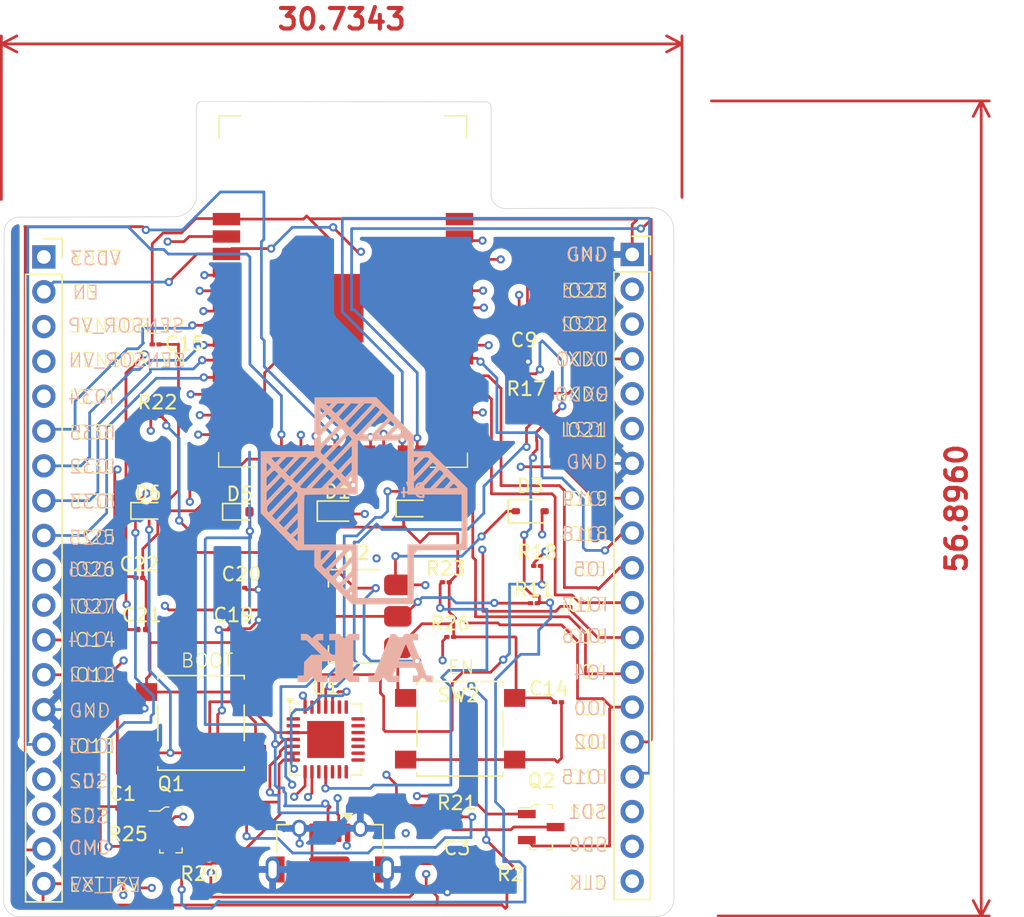
<source format=kicad_pcb>
(kicad_pcb (version 20241229) (generator "pcbnew") (generator_version "9.0")
  (layers (0 "F.Cu" signal) (4 "In1.Cu" signal) (6 "In2.Cu" signal) (2 "B.Cu" signal) (13 "F.Paste" user) (15 "B.Paste" user) (5 "F.SilkS" user "F.Silkscreen") (7 "B.SilkS" user "B.Silkscreen") (1 "F.Mask" user) (3 "B.Mask" user) (25 "Edge.Cuts" user))
  (net 0 "")
  (net 1 "/EXT_5V")
  (net 2 "GND")
  (net 3 "/VDD33")
  (net 4 "/EN")
  (net 5 "Net-(C14-Pad2)")
  (net 6 "Net-(C15-Pad2)")
  (net 7 "Net-(D1-A)")
  (net 8 "/VBUS")
  (net 9 "/USB_DN")
  (net 10 "/USB_DP")
  (net 12 "/SD2")
  (net 13 "/CMD")
  (net 14 "/IO34")
  (net 15 "/IO14")
  (net 16 "/IO25")
  (net 17 "/SENSOR_VN")
  (net 18 "/IO35")
  (net 19 "/IO13")
  (net 20 "/IO33")
  (net 21 "/IO27")
  (net 22 "/IO12")
  (net 23 "/SENSOR_VP")
  (net 24 "/SD3")
  (net 25 "/IO32")
  (net 26 "/IO26")
  (net 27 "/IO22")
  (net 28 "/IO19")
  (net 29 "/SD0")
  (net 30 "/RXDO")
  (net 31 "/IO2")
  (net 32 "/IO15")
  (net 33 "/IO21")
  (net 34 "/IO4")
  (net 35 "/TXDO")
  (net 36 "/IO23")
  (net 37 "/IO17")
  (net 38 "/SD1")
  (net 39 "/CLK")
  (net 40 "/IO16")
  (net 41 "/IO0")
  (net 42 "/IO18")
  (net 43 "/IO5")
  (net 45 "Net-(Q1-B)")
  (net 46 "/RTS")
  (net 47 "/DTR")
  (net 48 "Net-(Q2-B)")
  (net 49 "/RXD")
  (net 50 "/TXD")
  (net 51 "Net-(U1-~{SUSPEND})")
  (net 52 "Net-(U1-~{RST})")
  (net 53 "Net-(U1-VBUS)")
  (net 57 "/CDC")
  (net 59 "/RI")
  (net 63 "/CTS")
  (net 64 "/DSR")
  (footprint "Connector_PinSocket_2.54mm:PinSocket_1x19_P2.54mm_Vertical" (layer "F.Cu") (at 161.96 84.54)
    (property "Reference" "J2" (hide yes))
    (property "Value" "Conn_01x19_Pin" (hide yes))
  )
  (footprint "esp32devkitclonecustomfootprints:SOT-23-3" (layer "F.Cu") (at 198.24 126.13)
    (property "Reference" "Q2")
    (property "Value" "MMSS8050-H-TP" (hide yes))
  )
  (footprint "Resistor_SMD:R_01005_0402Metric" (layer "F.Cu") (at 192.085 125.37)
    (property "Reference" "R21")
    (property "Value" "10KΩ(5%)" (hide yes))
  )
  (footprint "Resistor_SMD:R_01005_0402Metric" (layer "F.Cu") (at 197.155 95.16)
    (property "Reference" "R17")
    (property "Value" "0R(5%)")
  )
  (footprint "LED_SMD:LED_0603_1608Metric" (layer "F.Cu") (at 183.3925 103.08)
    (property "Reference" "D1")
    (property "Value" "LED")
  )
  (footprint "Capacitor_SMD:C_01005_0402Metric" (layer "F.Cu") (at 170.115 90.92)
    (property "Reference" "C15")
    (property "Value" "0.1µf/50v(10%)(NC)")
  )
  (footprint "Resistor_SMD:R_01005_0402Metric" (layer "F.Cu") (at 167.915 127.54)
    (property "Reference" "R25")
    (property "Value" "22.1KΩ(5%)" (hide yes))
  )
  (footprint "Button_Switch_SMD:SW_SPST_B3S-1000" (layer "F.Cu") (at 173.425 118.53)
    (property "Reference" "SW1" (hide yes))
    (property "Value" "SW_Push" (hide yes))
  )
  (footprint "Capacitor_SMD:C_01005_0402Metric" (layer "F.Cu") (at 199.47 117.02)
    (property "Reference" "C14")
    (property "Value" "0.1µF/50V(10%)")
  )
  (footprint "Capacitor_SMD:C_0201_0603Metric" (layer "F.Cu") (at 169.1 111.72)
    (property "Reference" "C21")
    (property "Value" "22µF/10V(20%)" (hide yes))
  )
  (footprint "Connector_USB:USB_Micro-AB_Molex_47590-0001" (layer "F.Cu") (at 182.82 129.575)
    (property "Reference" "J1" (hide yes))
    (property "Value" "USB_B_Micro" (hide yes))
  )
  (footprint "Button_Switch_SMD:SW_SPST_B3S-1000" (layer "F.Cu") (at 192.325 118.96)
    (property "Reference" "SW2")
    (property "Value" "SW_Push" (hide yes))
  )
  (footprint "Connector_PinSocket_2.54mm:PinSocket_1x19_P2.54mm_Vertical" (layer "F.Cu") (at 204.88 84.36)
    (property "Reference" "J3" (hide yes))
    (property "Value" "Conn_01x19_Pin" (hide yes))
  )
  (footprint "Diode_SMD:D_SOD-523" (layer "F.Cu") (at 188.91 102.89)
    (property "Reference" "D4")
    (property "Value" "D_TVS")
  )
  (footprint "Resistor_SMD:R_01005_0402Metric" (layer "F.Cu") (at 173.6 130.54)
    (property "Reference" "R24")
    (property "Value" "2KΩ (5%)" (hide yes))
  )
  (footprint "Capacitor_SMD:C_0201_0603Metric" (layer "F.Cu") (at 192.105 128.71)
    (property "Reference" "C3")
    (property "Value" "22µF/10V(20%)" (hide yes))
  )
  (footprint "Diode_SMD:D_SOD-523" (layer "F.Cu") (at 169.57 103.06)
    (property "Reference" "D6")
    (property "Value" "D_TVS")
  )
  (footprint "Resistor_SMD:R_01005_0402Metric" (layer "F.Cu") (at 170.25 96.14)
    (property "Reference" "R22")
    (property "Value" "10KΩ(5%)")
  )
  (footprint "Resistor_SMD:R_01005_0402Metric" (layer "F.Cu") (at 191.605 112.26)
    (property "Reference" "R26")
    (property "Value" "47.5KΩ(5%)" (hide yes))
  )
  (footprint "Capacitor_SMD:C_0201_0603Metric" (layer "F.Cu") (at 167.72 124.75)
    (property "Reference" "C1")
    (property "Value" "22µF/10V(20%)" (hide yes))
  )
  (footprint "esp32devkitclonecustomfootprints:ESP32-WROOM-32D" (layer "F.Cu") (at 183.78 90.035)
    (property "Reference" "MOD1" (hide yes))
    (property "Value" "ESP32-WROOM-32")
  )
  (footprint "Resistor_SMD:R_01005_0402Metric" (layer "F.Cu") (at 197.71 109.8)
    (property "Reference" "R11")
    (property "Value" "10KΩ(5%)" (hide yes))
  )
  (footprint "Package_DFN_QFN:TQFN-28-1EP_5x5mm_P0.5mm_EP2.7x2.7mm" (layer "F.Cu") (at 182.5175 119.74)
    (property "Reference" "U1")
    (property "Value" "CP2102N-Axx-xQFN28" (hide yes))
  )
  (footprint "Capacitor_SMD:C_01005_0402Metric" (layer "F.Cu") (at 196.99 91.6)
    (property "Reference" "C9")
    (property "Value" "0.1µF/50V(10%)")
  )
  (footprint "Capacitor_SMD:C_01005_0402Metric" (layer "F.Cu") (at 175.78 111.66)
    (property "Reference" "C19")
    (property "Value" "0.1µF/50V(10%)" (hide yes))
  )
  (footprint "Resistor_SMD:R_01005_0402Metric" (layer "F.Cu") (at 197.95 107.08)
    (property "Reference" "R18")
    (property "Value" "0R(5%)" (hide yes))
  )
  (footprint "Package_TO_SOT_SMD:SOT-223-3_TabPin2" (layer "F.Cu") (at 184.63 110.76 180)
    (property "Reference" "U2")
    (property "Value" "AMS1117-3.3")
  )
  (footprint "Diode_SMD:D_SOD-323" (layer "F.Cu") (at 197.44 103.09)
    (property "Reference" "D3")
    (property "Value" "D_Schottky")
  )
  (footprint "esp32devkitclonecustomfootprints:SOT-23-3" (layer "F.Cu") (at 171.22 126.36)
    (property "Reference" "Q1")
    (property "Value" "MMSS8050-H-TP" (hide yes))
  )
  (footprint "Capacitor_SMD:C_01005_0402Metric" (layer "F.Cu") (at 168.925 107.95)
    (property "Reference" "C22")
    (property "Value" "0.1µF/50V(10%)")
  )
  (footprint "Resistor_SMD:R_01005_0402Metric" (layer "F.Cu") (at 191.28 108.27)
    (property "Reference" "R23")
    (property "Value" "10KΩ(5%)(NC)" (hide yes))
  )
  (footprint "Capacitor_SMD:C_01005_0402Metric" (layer "F.Cu") (at 176.365 108.68)
    (property "Reference" "C20")
    (property "Value" "4.7µF/0.3V(10%)")
  )
  (footprint "Diode_SMD:D_SOD-523" (layer "F.Cu") (at 176.26 103.13)
    (property "Reference" "D5")
    (property "Value" "D_TVS")
  )
  (footprint "Resistor_SMD:R_01005_0402Metric" (layer "F.Cu") (at 195.99 130.56)
    (property "Reference" "R2")
    (property "Value" "2KΩ (5%)" (hide yes))
  )
  (footprint "dd:ss" (layer "B.Cu") (at 185.318153 106.681893 180)
    (property "Reference" "G***" (hide yes))
    (property "Value" "LOGO" (hide yes))
  )
  (gr_arc (start 207.927832 131.367832) (mid 207.55 132.28) (end 206.637832 132.657832) (stroke (width 0.05)) (layer "Edge.Cuts"))
  (gr_line (start 207.91277 82.547229) (end 207.927831 131.367832) (stroke (width 0.05)) (layer "Edge.Cuts"))
  (gr_arc (start 173.1 73.57) (mid 173.20837 73.30837) (end 173.47 73.2) (stroke (width 0.05)) (layer "Edge.Cuts"))
  (gr_line (start 194.591882 73.599951) (end 194.591882 79.969951) (stroke (width 0.05)) (layer "Edge.Cuts"))
  (gr_arc (start 173.1 79.99) (mid 172.619065 81.136136) (end 171.47 81.610031) (stroke (width 0.05)) (layer "Edge.Cuts"))
  (gr_arc (start 159.059975 82.74) (mid 159.382165 81.962165) (end 160.16 81.639975) (stroke (width 0.05)) (layer "Edge.Cuts"))
  (gr_arc (start 194.221882 73.229951) (mid 194.483512 73.338321) (end 194.591882 73.599951) (stroke (width 0.05)) (layer "Edge.Cuts"))
  (gr_arc (start 195.621882 81.01) (mid 194.89 80.704761) (end 194.591882 79.969951) (stroke (width 0.05)) (layer "Edge.Cuts"))
  (gr_arc (start 206.332771 80.967229) (mid 207.45 81.43) (end 207.912771 82.547229) (stroke (width 0.05)) (layer "Edge.Cuts"))
  (gr_line (start 206.637832 132.657831) (end 160.19 132.67) (stroke (width 0.05)) (layer "Edge.Cuts"))
  (gr_arc (start 160.19 132.67) (mid 159.373726 132.34034) (end 159.029732 131.530003) (stroke (width 0.05)) (layer "Edge.Cuts"))
  (gr_line (start 194.221882 73.229951) (end 173.47 73.2) (stroke (width 0.05)) (layer "Edge.Cuts"))
  (gr_line (start 171.47 81.609934) (end 160.16 81.639975) (stroke (width 0.05)) (layer "Edge.Cuts"))
  (gr_line (start 195.621882 81.010002) (end 206.34 80.967274) (stroke (width 0.05)) (layer "Edge.Cuts"))
  (gr_line (start 159.06 82.74) (end 159.030484 131.530003) (stroke (width 0.05)) (layer "Edge.Cuts"))
  (gr_line (start 173.1 73.57) (end 173.1 79.99) (stroke (width 0.05)) (layer "Edge.Cuts"))
  (gr_text "IO33" (at 163.73 102.97 0) (layer "F.SilkS") (effects (font (size 1 1) (thickness 0.1)) (justify left bottom)))
  (gr_text "IO4" (at 200.57 115.4 0) (layer "F.SilkS") (effects (font (size 1 1) (thickness 0.1)) (justify left bottom)))
  (gr_text "IO0" (at 200.53 118.08 0) (layer "F.SilkS") (effects (font (size 1 1) (thickness 0.1)) (justify left bottom)))
  (gr_text "IO26" (at 163.69 107.92 0) (layer "F.SilkS") (effects (font (size 1 1) (thickness 0.1)) (justify left bottom)))
  (gr_text "IO23" (at 199.62 87.59 0) (layer "F.SilkS") (effects (font (size 1 1) (thickness 0.1)) (justify left bottom)))
  (gr_text "IO35\n" (at 163.73 97.92 0) (layer "F.SilkS") (effects (font (size 1 1) (thickness 0.1)) (justify left bottom)))
  (gr_text "IO13" (at 163.71 120.81 0) (layer "F.SilkS") (effects (font (size 1 1) (thickness 0.1)) (justify left bottom)))
  (gr_text "BOOT" (at 171.88 114.57 0) (layer "F.SilkS") (effects (font (size 1 1) (thickness 0.1)) (justify left bottom)))
  (gr_text "IO22" (at 199.64 90.03 0) (layer "F.SilkS") (effects (font (size 1 1) (thickness 0.1)) (justify left bottom)))
  (gr_text "IO5" (at 200.51 107.91 0) (layer "F.SilkS") (effects (font (size 1 1) (thickness 0.1)) (justify left bottom)))
  (gr_text "IO15" (at 199.63 123.06 0) (layer "F.SilkS") (effects (font (size 1 1) (thickness 0.1)) (justify left bottom)))
  (gr_text "IO16" (at 199.65 112.83 0) (layer "F.SilkS") (effects (font (size 1 1) (thickness 0.1)) (justify left bottom)))
  (gr_text "IO14" (at 163.71 113.07 0) (layer "F.SilkS") (effects (font (size 1 1) (thickness 0.1)) (justify left bottom)))
  (gr_text "IO2" (at 200.52 120.51 0) (layer "F.SilkS") (effects (font (size 1 1)) (justify left bottom)))
  (gr_text "TXDO" (at 199.34 92.6 0) (layer "F.SilkS") (effects (font (size 1 1) (thickness 0.1)) (justify left bottom)))
  (gr_text "IO19" (at 199.63 102.78 0) (layer "F.SilkS") (effects (font (size 1 1) (thickness 0.1)) (justify left bottom)))
  (gr_text "EN" (at 191.36 115.07 0) (layer "F.SilkS") (effects (font (size 1 1) (thickness 0.1)) (justify left bottom)))
  (gr_text "SD3" (at 163.74 125.9 0) (layer "F.SilkS") (effects (font (size 1 1) (thickness 0.1)) (justify left bottom)))
  (gr_text "IO32" (at 163.72 100.44 0) (layer "F.SilkS") (effects (font (size 1 1) (thickness 0.1)) (justify left bottom)))
  (gr_text "EXT_5V" (at 163.71 130.93 0) (layer "F.SilkS") (effects (font (size 1 1) (thickness 0.1)) (justify left bottom)))
  (gr_text "IO21" (at 199.58 97.76 0) (layer "F.SilkS") (effects (font (size 1 1) (thickness 0.1)) (justify left bottom)))
  (gr_text "SD0" (at 200.12 128.01 0) (layer "F.SilkS") (effects (font (size 1 1) (thickness 0.1)) (justify left bottom)))
  (gr_text "SENSOR_VN\n" (at 163.73 92.64 0) (layer "F.SilkS") (effects (font (size 1 1) (thickness 0.1)) (justify left bottom)))
  (gr_text "IO17" (at 199.61 110.51 0) (layer "F.SilkS") (effects (font (size 1 1) (thickness 0.1)) (justify left bottom)))
  (gr_text "GND" (at 163.72 118.23 0) (layer "F.SilkS") (effects (font (size 1 1) (thickness 0.1)) (justify left bottom)))
  (gr_text "IO12" (at 163.72 115.63 0) (layer "F.SilkS") (effects (font (size 1 1) (thickness 0.1)) (justify left bottom)))
  (gr_text "IO18" (at 199.65 105.34 0) (layer "F.SilkS") (effects (font (size 1 1) (thickness 0.1)) (justify left bottom)))
  (gr_text "SD1" (at 200.2 125.62 0) (layer "F.SilkS") (effects (font (size 1 1) (thickness 0.1)) (justify left bottom)))
  (gr_text "SD2" (at 163.71 123.38 0) (layer "F.SilkS") (effects (font (size 1 1) (thickness 0.1)) (justify left bottom)))
  (gr_text "GND" (at 199.99 100.08 0) (layer "F.SilkS") (effects (font (size 1 1) (thickness 0.1)) (justify left bottom)))
  (gr_text "IO34\n" (at 163.71 95.36 0) (layer "F.SilkS") (effects (font (size 1 1) (thickness 0.1)) (justify left bottom)))
  (gr_text "IO27" (at 163.71 110.63 0) (layer "F.SilkS") (effects (font (size 1 1) (thickness 0.1)) (justify left bottom)))
  (gr_text "EN" (at 163.95 87.69 0) (layer "F.SilkS") (effects (font (size 1 1) (thickness 0.1)) (justify left bottom)))
  (gr_text "VD33" (at 163.83 85.18 0) (layer "F.SilkS") (effects (font (size 1 1) (thickness 0.1)) (justify left bottom)))
  (gr_text "RXDO" (at 199.13 95.16 0) (layer "F.SilkS") (effects (font (size 1 1) (thickness 0.1)) (justify left bottom)))
  (gr_text "CMD" (at 163.7 128.25 0) (layer "F.SilkS") (effects (font (size 1 1) (thickness 0.1)) (justify left bottom)))
  (gr_text "IO25" (at 163.72 105.57 0) (layer "F.SilkS") (effects (font (size 1 1) (thickness 0.1)) (justify left bottom)))
  (gr_text "CLK" (at 200.21 130.8 0) (layer "F.SilkS") (effects (font (size 1 1) (thickness 0.1)) (justify left bottom)))
  (gr_text "GND" (at 200.01 84.96 0) (layer "F.SilkS") (effects (font (size 1 1) (thickness 0.1)) (justify left bottom)))
  (gr_text "SENSOR_VP\n" (at 163.7 90.14 0) (layer "F.SilkS") (effects (font (size 1 1) (thickness 0.1)) (justify left bottom)))
  (gr_text "IO34" (at 167.2 95.34 0) (layer "B.SilkS") (effects (font (size 1 1) (thickness 0.1)) (justify left bottom mirror)))
  (gr_text "IO33\n" (at 167.28 102.98 0) (layer "B.SilkS") (effects (font (size 1 1) (thickness 0.1)) (justify left bottom mirror)))
  (gr_text "EXT_5V" (at 169.13 130.95 0) (layer "B.SilkS") (effects (font (size 1 1) (thickness 0.1)) (justify left bottom mirror)))
  (gr_text "GND" (at 203.16 100.1 0) (layer "B.SilkS") (effects (font (size 1 1) (thickness 0.1)) (justify left bottom mirror)))
  (gr_text "IO17" (at 203.21 110.5 0) (layer "B.SilkS") (effects (font (size 1 1) (thickness 0.1)) (justify left bottom mirror)))
  (gr_text "SD2" (at 166.73 123.36 0) (layer "B.SilkS") (effects (font (size 1 1) (thickness 0.1)) (justify left bottom mirror)))
  (gr_text "IO12" (at 167.27 115.59 0) (layer "B.SilkS") (effects (font (size 1 1) (thickness 0.1)) (justify left bottom mirror)))
  (gr_text "CLK" (at 203.15 130.8 0) (layer "B.SilkS") (effects (font (size 1 1) (thickness 0.1)) (justify left bottom mirror)))
  (gr_text "GND" (at 166.9 118.22 0) (layer "B.SilkS") (effects (font (size 1 1) (thickness 0.1)) (justify left bottom mirror)))
  (gr_text "IO15" (at 203.17 123.08 0) (layer "B.SilkS") (effects (font (size 1 1) (thickness 0.1)) (justify left bottom mirror)))
  (gr_text "IO32" (at 167.28 100.42 0) (layer "B.SilkS") (effects (font (size 1 1) (thickness 0.1)) (justify left bottom mirror)))
  (gr_text "IO4" (at 203.11 115.46 0) (layer "B.SilkS") (effects (font (size 1 1) (thickness 0.1)) (justify left bottom mirror)))
  (gr_text "IO0" (at 203.13 118.05 0) (layer "B.SilkS") (effects (font (size 1 1) (thickness 0.1)) (justify left bottom mirror)))
  (gr_text "IO21" (at 203.15 97.73 0) (layer "B.SilkS") (effects (font (size 1 1) (thickness 0.1)) (justify left bottom mirror)))
  (gr_text "SENSOR_VP\n" (at 172.27 90.14 0) (layer "B.SilkS") (effects (font (size 1 1) (thickness 0.1)) (justify left bottom mirror)))
  (gr_text "IO27" (at 167.28 110.65 0) (layer "B.SilkS") (effects (font (size 1 1) (thickness 0.1)) (justify left bottom mirror)))
  (gr_text "EN" (at 166.05 87.73 0) (layer "B.SilkS") (effects (font (size 1 1) (thickness 0.1)) (justify left bottom mirror)))
  (gr_text "IO2" (at 203.13 120.52 0) (layer "B.SilkS") (effects (font (size 1 1) (thickness 0.1)) (justify left bottom mirror)))
  (gr_text "IO13" (at 167.24 120.83 0) (layer "B.SilkS") (effects (font (size 1 1) (thickness 0.1)) (justify left bottom mirror)))
  (gr_text "VD33" (at 167.67 85.24 0) (layer "B.SilkS") (effects (font (size 1 1) (thickness 0.1)) (justify left bottom mirror)))
  (gr_text "IO26" (at 167.19 107.95 0) (layer "B.SilkS") (effects (font (size 1 1) (thickness 0.1)) (justify left bottom mirror)))
  (gr_text "SENSOR_VN\n" (at 172.38 92.68 0) (layer "B.SilkS") (effects (font (size 1 1) (thickness 0.1)) (justify left bottom mirror)))
  (gr_text "IO22" (at 203.15 90.05 0) (layer "B.SilkS") (effects (font (size 1 1) (thickness 0.1)) (justify left bottom mirror)))
  (gr_text "SD0" (at 203.18 128.01 0) (layer "B.SilkS") (effects (font (size 1 1) (thickness 0.1)) (justify left bottom mirror)))
  (gr_text "RXDO" (at 203.27 95.17 0) (layer "B.SilkS") (effects (font (size 1 1) (thickness 0.1)) (justify left bottom mirror)))
  (gr_text "IO35\n" (at 167.29 97.97 0) (layer "B.SilkS") (effects (font (size 1 1) (thickness 0.1)) (justify left bottom mirror)))
  (gr_text "IO14" (at 167.18 113.04 0) (layer "B.SilkS") (effects (font (size 1 1) (thickness 0.1)) (justify left bottom mirror)))
  (gr_text "IO16" (at 203.21 112.78 0) (layer "B.SilkS") (effects (font (size 1 1) (thickness 0.1)) (justify left bottom mirror)))
  (gr_text "TXDO" (at 203.11 92.61 0) (layer "B.SilkS") (effects (font (size 1 1) (thickness 0.1)) (justify left bottom mirror)))
  (gr_text "IO18" (at 203.2 105.35 0) (layer "B.SilkS") (effects (font (size 1 1) (thickness 0.1)) (justify left bottom mirror)))
  (gr_text "IO19" (at 203.23 102.78 0) (layer "B.SilkS") (effects (font (size 1 1) (thickness 0.1)) (justify left bottom mirror)))
  (gr_text "CMD" (at 166.94 128.23 0) (layer "B.SilkS") (effects (font (size 1 1) (thickness 0.1)) (justify left bottom mirror)))
  (gr_text "SD1" (at 203.13 125.62 0) (layer "B.SilkS") (effects (font (size 1 1) (thickness 0.1)) (justify left bottom mirror)))
  (gr_text "GND" (at 203.13 84.96 0) (layer "B.SilkS") (effects (font (size 1 1) (thickness 0.1)) (justify left bottom mirror)))
  (gr_text "IO25" (at 167.25 105.62 0) (layer "B.SilkS") (effects (font (size 1 1) (thickness 0.1)) (justify left bottom mirror)))
  (gr_text "SD3" (at 166.8 125.94 0) (layer "B.SilkS") (effects (font (size 1 1) (thickness 0.1)) (justify left bottom mirror)))
  (gr_text "IO23" (at 203.22 87.6 0) (layer "B.SilkS") (effects (font (size 1 1) (thickness 0.1)) (justify left bottom mirror)))
  (gr_text "IO5" (at 203.09 107.92 0) (layer "B.SilkS") (effects (font (size 1 1) (thickness 0.1)) (justify left bottom mirror)))
  (dimension (type orthogonal) (layer "F.Cu") (pts (xy 158.86 80.85) (xy 208.51 80.69)) (height -11.85) (orientation 0) (format (prefix "") (suffix "") (units 3) (units_format 0) (precision 4) (override_value "30.7343") (suppress_zeroes yes)) (style (thickness 0.2) (arrow_length 1.27) (text_position_mode 0) (arrow_direction outward) (extension_height 0.58642) (extension_offset 0.5) (keep_text_aligned yes)) (gr_text "30.7343" (at 183.685 67.2 0) (layer "F.Cu") (effects (font (size 1.5 1.5) (thickness 0.3)))))
  (dimension (type orthogonal) (layer "F.Cu") (pts (xy 210.16 73.16) (xy 210.64 132.62)) (height 20.18) (orientation 1) (format (prefix "") (suffix "") (units 3) (units_format 0) (precision 4) (override_value "56.8960") (suppress_zeroes yes)) (style (thickness 0.2) (arrow_length 1.27) (text_position_mode 0) (arrow_direction outward) (extension_height 0.58642) (extension_offset 0.5) (keep_text_aligned yes)) (gr_text "56.8960" (at 228.54 102.89 90) (layer "F.Cu") (effects (font (size 1.5 1.5) (thickness 0.3)))))
  (segment (start 187.61 106.37) (end 187.61 108.29) (width 0.2) (layer "F.Cu") (net 1))
  (segment (start 166.08 128.96) (end 166.08 124.64) (width 0.2) (layer "F.Cu") (net 1))
  (segment (start 190.66 131.2) (end 190.66 131.74) (width 0.2) (layer "F.Cu") (net 1))
  (segment (start 189.85 129.56) (end 189.85 130.39) (width 0.2) (layer "F.Cu") (net 1))
  (segment (start 166.08 124.64) (end 167.29 124.64) (width 0.2) (layer "F.Cu") (net 1))
  (segment (start 195.74 130.56) (end 195.74 131.95071) (width 0.2) (layer "F.Cu") (net 1))
  (segment (start 161.9 131.82) (end 161.9 130.32) (width 0.2) (layer "F.Cu") (net 1))
  (segment (start 161.96 130.26) (end 164.78 130.26) (width 0.2) (layer "F.Cu") (net 1))
  (segment (start 190.58 131.82) (end 161.9 131.82) (width 0.2) (layer "F.Cu") (net 1))
  (segment (start 167.29 124.64) (end 167.4 124.75) (width 0.2) (layer "F.Cu") (net 1))
  (segment (start 187.78 108.46) (end 189.77 108.46) (width 0.2) (layer "F.Cu") (net 1))
  (segment (start 164.78 130.26) (end 166.08 128.96) (width 0.2) (layer "F.Cu") (net 1))
  (segment (start 195.74 131.95071) (end 195.629995 132.060715) (width 0.2) (layer "F.Cu") (net 1))
  (segment (start 189.77 108.46) (end 189.79 108.48) (width 0.2) (layer "F.Cu") (net 1))
  (segment (start 190.66 131.74) (end 190.58 131.82) (width 0.2) (layer "F.Cu") (net 1))
  (segment (start 187.61 108.29) (end 187.78 108.46) (width 0.2) (layer "F.Cu") (net 1))
  (segment (start 195.73 103.09) (end 193.89 104.93) (width 0.2) (layer "F.Cu") (net 1))
  (segment (start 189.85 130.39) (end 190.66 131.2) (width 0.2) (layer "F.Cu") (net 1))
  (segment (start 195.629995 132.060715) (end 195.38928 131.82) (width 0.2) (layer "F.Cu") (net 1))
  (segment (start 195.38928 131.82) (end 190.58 131.82) (width 0.2) (layer "F.Cu") (net 1))
  (segment (start 196.39 103.09) (end 195.73 103.09) (width 0.2) (layer "F.Cu") (net 1))
  (segment (start 161.9 130.32) (end 161.96 130.26) (width 0.2) (layer "F.Cu") (net 1))
  (via (at 193.89 104.93) (size 0.6) (drill 0.3) (layers "F.Cu" "B.Cu") (net 1))
  (via (at 189.85 129.56) (size 0.6) (drill 0.3) (layers "F.Cu" "B.Cu") (net 1))
  (via (at 187.61 106.37) (size 0.6) (drill 0.3) (layers "F.Cu" "B.Cu") (net 1))
  (via (at 189.79 108.48) (size 0.6) (drill 0.3) (layers "F.Cu" "B.Cu") (net 1))
  (segment (start 192.45 106.37) (end 187.61 106.37) (width 0.2) (layer "B.Cu") (net 1))
  (segment (start 193.89 104.93) (end 192.45 106.37) (width 0.2) (layer "B.Cu") (net 1))
  (segment (start 181.52 128.38) (end 181.52 126.55) (width 0.2) (layer "F.Cu") (net 2))
  (segment (start 170.27 104.74) (end 170.27 103.06) (width 0.2) (layer "F.Cu") (net 2))
  (segment (start 176.03 112.51) (end 176.03 111.66) (width 0.2) (layer "F.Cu") (net 2))
  (segment (start 196.41 116.6) (end 196.3 116.71) (width 0.2) (layer "F.Cu") (net 2))
  (segment (start 177 111.66) (end 177.64 111.02) (width 0.2) (layer "F.Cu") (net 2))
  (segment (start 175.49 103.06) (end 175.56 103.13) (width 0.2) (layer "F.Cu") (net 2))
  (segment (start 182.63 104.25) (end 188.29 104.25) (width 0.2) (layer "F.Cu") (net 2))
  (segment (start 169.45 115.29) (end 169.7 115.04) (width 0.2) (layer "F.Cu") (net 2))
  (segment (start 170.66 82.79) (end 169.865 83.585) (width 0.2) (layer "F.Cu") (net 2))
  (segment (start 177.62 108.81) (end 176.745 108.81) (width 0.2) (layer "F.Cu") (net 2))
  (segment (start 176.19 112.67) (end 176.03 112.51) (width 0.2) (layer "F.Cu") (net 2))
  (segment (start 182.5175 119.8775) (end 182.88 120.24) (width 0.2) (layer "F.Cu") (net 2))
  (segment (start 169.3 117.47) (end 169.2 117.57) (width 0.2) (layer "F.Cu") (net 2))
  (segment (start 192.28 81.78) (end 205.15 81.78) (width 0.2) (layer "F.Cu") (net 2))
  (segment (start 182.5175 119.74) (end 182.5175 119.8775) (width 0.2) (layer "F.Cu") (net 2))
  (segment (start 180.155 119.24) (end 182.0175 119.24) (width 0.2) (layer "F.Cu") (net 2))
  (segment (start 173.02 103.06) (end 175.49 103.06) (width 0.2) (layer "F.Cu") (net 2))
  (segment (start 173.04 81.74) (end 171.99 82.79) (width 0.2) (layer "F.Cu") (net 2))
  (segment (start 169.175 105.835) (end 170.27 104.74) (width 0.2) (layer "F.Cu") (net 2))
  (segment (start 181.41 128.49) (end 181.52 128.38) (width 0.2) (layer "F.Cu") (net 2))
  (segment (start 188.21 104.17) (end 188.21 102.89) (width 0.2) (layer "F.Cu") (net 2))
  (segment (start 169.7 112.67) (end 176.19 112.67) (width 0.2) (layer "F.Cu") (net 2))
  (segment (start 176.745 108.81) (end 176.615 108.68) (width 0.2) (layer "F.Cu") (net 2))
  (segment (start 197.24 92.14) (end 197.28 92.18) (width 0.2) (layer "F.Cu") (net 2))
  (segment (start 205.21 81.84) (end 204.88 82.17) (width 0.2) (layer "F.Cu") (net 2))
  (segment (start 192.99 129.275) (end 192.425 128.71) (width 0.2) (layer "F.Cu") (net 2))
  (segment (start 182.605 103.08) (end 180.99 103.08) (width 0.2) (layer "F.Cu") (net 2))
  (segment (start 181.13 81.55) (end 180.9 81.78) (width 0.2) (layer "F.Cu") (net 2))
  (segment (start 169.175 107.95) (end 169.175 105.835) (width 0.2) (layer "F.Cu") (net 2))
  (segment (start 169.7 115.04) (end 169.7 112.67) (width 0.2) (layer "F.Cu") (net 2))
  (segment (start 171.99 82.79) (end 170.66 82.79) (width 0.2) (layer "F.Cu") (net 2))
  (segment (start 191.855 111.3) (end 189.54 111.3) (width 0.2) (layer "F.Cu") (net 2))
  (segment (start 198.91 116.71) (end 199.22 117.02) (width 0.2) (layer "F.Cu") (net 2))
  (segment (start 191.855 112.26) (end 196.35 112.26) (width 0.2) (layer "F.Cu") (net 2))
  (segment (start 182.605 104.225) (end 182.63 104.25) (width 0.2) (layer "F.Cu") (net 2))
  (segment (start 181.335 81.755) (end 192.255 81.755) (width 0.2) (layer "F.Cu") (net 2))
  (segment (start 180.9 81.78) (end 175.28 81.78) (width 0.2) (layer "F.Cu") (net 2))
  (segment (start 192.255 81.755) (end 192.28 81.78) (width 0.2) (layer "F.Cu") (net 2))
  (segment (start 169.42 111.72) (end 169.42 108.195) (width 0.2) (layer "F.Cu") (net 2))
  (segment (start 191.57 130.7) (end 192.99 130.7) (width 0.2) (layer "F.Cu") (net 2))
  (segment (start 180.155 119.24) (end 178.86 119.24) (width 0.2) (layer "F.Cu") (net 2))
  (segment (start 191.39 130.88) (end 191.57 130.7) (width 0.2) (layer "F.Cu") (net 2))
  (segment (start 205.15 81.78) (end 205.21 81.84) (width 0.2) (layer "F.Cu") (net 2))
  (segment (start 168.04 123.21) (end 168.04 124.75) (width 0.2) (layer "F.Cu") (net 2))
  (segment (start 188.29 104.25) (end 188.21 104.17) (width 0.2) (layer "F.Cu") (net 2))
  (segment (start 182.82 129.225) (end 186.5575 129.225) (width 0.2) (layer "F.Cu") (net 2))
  (segment (start 178.065 92.995) (end 182.78 88.28) (width 0.2) (layer "F.Cu") (net 2))
  (segment (start 189.54 111.3) (end 187.78 113.06) (width 0.2) (layer "F.Cu") (net 2))
  (segment (start 192.15 107.65) (end 191.53 108.27) (width 0.2) (layer "F.Cu") (net 2))
  (segment (start 180.99 103.08) (end 178.065 100.155) (width 0.2) (layer "F.Cu") (net 2))
  (segment (start 196.35 112.26) (end 196.41 112.32) (width 0.2) (layer "F.Cu") (net 2))
  (segment (start 175.28 81.78) (end 175.24 81.74) (width 0.2) (layer "F.Cu") (net 2))
  (segment (start 178.86 119.24) (end 177.4 117.78) (width 0.2) (layer "F.Cu") (net 2))
  (segment (start 182.82 129.225) (end 182.145 129.225) (width 0.2) (layer "F.Cu") (net 2))
  (segment (start 190.05 104.72) (end 192.15 104.72) (width 0.2) (layer "F.Cu") (net 2))
  (segment (start 169.42 108.195) (end 169.175 107.95) (width 0.2) (layer "F.Cu") (net 2))
  (segment (start 188.21 104.18) (end 189.4 105.37) (width 0.2) (layer "F.Cu") (net 2))
  (segment (start 188.21 102.89) (end 188.21 104.18) (width 0.2) (layer "F.Cu") (net 2))
  (segment (start 178.065 100.155) (end 178.065 99.29) (width 0.2) (layer "F.Cu") (net 2))
  (segment (start 192.15 104.72) (end 192.15 107.65) (width 0.2) (layer "F.Cu") (net 2))
  (segment (start 187.78 113.06) (end 187.78 116.14) (width 0.2) (layer "F.Cu") (net 2))
  (segment (start 167.32 117.57) (end 167.32 122.21) (width 0.2) (layer "F.Cu") (net 2))
  (segment (start 167.32 122.21) (end 168.18 123.07) (width 0.2) (layer "F.Cu") (net 2))
  (segment (start 168.18 123.07) (end 168.04 123.21) (width 0.2) (layer "F.Cu") (net 2))
  (segment (start 187.78 116.14) (end 188.35 116.71) (width 0.2) (layer "F.Cu") (net 2))
  (segment (start 169.45 116.28) (end 169.45 115.29) (width 0.2) (layer "F.Cu") (net 2))
  (segment (start 182.78 83.2) (end 181.335 81.755) (width 0.2) (layer "F.Cu") (net 2))
  (segment (start 169.7 112.67) (end 169.7 112) (width 0.2) (layer "F.Cu") (net 2))
  (segment (start 175.24 81.74) (end 173.04 81.74) (width 0.2) (layer "F.Cu") (net 2))
  (segment (start 189.4 105.37) (end 190.05 104.72) (width 0.2) (layer "F.Cu") (net 2))
  (segment (start 197.24 91.6) (end 197.24 92.14) (width 0.2) (layer "F.Cu") (net 2))
  (segment (start 177.4 117.78) (end 177.4 116.28) (width 0.2) (layer "F.Cu") (net 2))
  (segment (start 196.3 116.71) (end 198.91 116.71) (width 0.2) (layer "F.Cu") (net 2))
  (segment (start 169.865 83.585) (end 169.865 90.92) (width 0.2) (layer "F.Cu") (net 2))
  (segment (start 182.78 88.28) (end 182.78 83.2) (width 0.2) (layer "F.Cu") (net 2))
  (segment (start 169.3 116.43) (end 169.45 116.28) (width 0.2) (layer "F.Cu") (net 2))
  (segment (start 169.3 117.47) (end 169.3 116.43) (width 0.2) (layer "F.Cu") (net 2))
  (segment (start 169.7 112) (end 169.42 111.72) (width 0.2) (layer "F.Cu") (net 2))
  (segment (start 204.88 82.17) (end 204.88 84.36) (width 0.2) (layer "F.Cu") (net 2))
  (segment (start 191.53 110.44) (end 191.99 110.9) (width 0.2) (layer "F.Cu") (net 2))
  (segment (start 182.0175 119.24) (end 182.5175 119.74) (width 0.2) (layer "F.Cu") (net 2))
  (segment (start 176.79 99.29) (end 178.065 99.29) (width 0.2) (layer "F.Cu") (net 2))
  (segment (start 177.4 116.28) (end 169.45 116.28) (width 0.2) (layer "F.Cu") (net 2))
  (segment (start 197.83 84.36) (end 197.24 84.95) (width 0.2) (layer "F.Cu") (net 2))
  (segment (start 182.145 129.225) (end 181.41 128.49) (width 0.2) (layer "F.Cu") (net 2))
  (segment (start 176.03 111.66) (end 177 111.66) (width 0.2) (layer "F.Cu") (net 2))
  (segment (start 191.99 110.9) (end 191.855 111.035) (width 0.2) (layer "F.Cu") (net 2))
  (segment (start 191.53 108.27) (end 191.53 110.44) (width 0.2) (layer "F.Cu") (net 2))
  (segment (start 169.2 117.57) (end 167.32 117.57) (width 0.2) (layer "F.Cu") (net 2))
  (segment (start 191.855 111.3) (end 191.855 112.26) (width 0.2) (layer "F.Cu") (net 2))
  (segment (start 197.24 84.95) (end 197.24 91.6) (width 0.2) (layer "F.Cu") (net 2))
  (segment (start 181.335 81.755) (end 181.13 81.55) (width 0.2) (layer "F.Cu") (net 2))
  (segment (start 192.99 130.7) (end 192.99 129.275) (width 0.2) (layer "F.Cu") (net 2))
  (segment (start 170.27 103.06) (end 173.02 103.06) (width 0.2) (layer "F.Cu") (net 2))
  (segment (start 182.605 103.08) (end 182.605 104.225) (width 0.2) (layer "F.Cu") (net 2))
  (segment (start 204.88 84.36) (end 197.83 84.36) (width 0.2) (layer "F.Cu") (net 2))
  (segment (start 178.065 99.29) (end 178.065 92.995) (width 0.2) (layer "F.Cu") (net 2))
  (segment (start 196.41 112.32) (end 196.41 116.6) (width 0.2) (layer "F.Cu") (net 2))
  (segment (start 173.02 103.06) (end 176.79 99.29) (width 0.2) (layer "F.Cu") (net 2))
  (segment (start 191.855 111.035) (end 191.855 111.3) (width 0.2) (layer "F.Cu") (net 2))
  (via (at 197.28 92.18) (size 0.6) (drill 0.3) (layers "F.Cu" "B.Cu") (net 2))
  (via (at 169.3 117.47) (size 0.6) (drill 0.3) (layers "F.Cu" "B.Cu") (net 2))
  (via (at 177.64 111.02) (size 0.6) (drill 0.3) (layers "F.Cu" "B.Cu") (net 2))
  (via (at 180.62 127.33) (size 0.6) (drill 0.3) (layers "F.Cu" "B.Cu") (net 2))
  (via (at 191.39 130.88) (size 0.6) (drill 0.3) (layers "F.Cu" "B.Cu") (net 2))
  (via (at 177.62 108.81) (size 0.6) (drill 0.3) (layers "F.Cu" "B.Cu") (net 2))
  (segment (start 180.62 126.25) (end 180.595 126.225) (width 0.2) (layer "B.Cu") (net 2))
  (segment (start 198.94 99.13) (end 199.41 99.6) (width 0.2) (layer "B.Cu") (net 2))
  (segment (start 180.595 126.225) (end 185.045 126.225) (width 0.2) (layer "B.Cu") (net 2))
  (segment (start 163.19 117.56) (end 169.21 117.56) (width 0.2) (layer "B.Cu") (net 2))
  (segment (start 177.64 108.83) (end 177.62 108.81) (width 0.2) (layer "B.Cu") (net 2))
  (segment (start 204.88 84.36) (end 204.97 84.45) (width 0.2) (layer "B.Cu") (net 2))
  (segment (start 199.41 99.6) (end 204.88 99.6) (width 0.2) (layer "B.Cu") (net 2))
  (segment (start 197.36 93.7) (end 198.94 93.7) (width 0.2) (layer "B.Cu") (net 2))
  (segment (start 169.21 117.56) (end 169.3 117.47) (width 0.2) (layer "B.Cu") (net 2))
  (segment (start 197.28 92.18) (end 197.28 93.42) (width 0.2) (layer "B.Cu") (net 2))
  (segment (start 197.18 93.52) (end 197.36 93.7) (width 0.2) (layer "B.Cu") (net 2))
  (segment (start 180.62 127.33) (end 180.62 126.25) (width 0.2) (layer "B.Cu") (net 2))
  (segment (start 177.64 111.02) (end 177.64 108.83) (width 0.2) (layer "B.Cu") (net 2))
  (segment (start 198.94 93.7) (end 198.94 99.13) (width 0.2) (layer "B.Cu") (net 2))
  (segment (start 197.28 93.42) (end 197.18 93.52) (width 0.2) (layer "B.Cu") (net 2))
  (segment (start 161.96 117.56) (end 163.19 117.56) (width 0.2) (layer "B.Cu") (net 2))
  (segment (start 174.21 128.77) (end 174.16 128.82) (width 0.2) (layer "F.Cu") (net 3))
  (segment (start 188.87 131.01) (end 188.64 131.24) (width 0.2) (layer "F.Cu") (net 3))
  (segment (start 176.59 124.31) (end 174.64 122.36) (width 0.2) (layer "F.Cu") (net 3))
  (segment (start 187.78 110.76) (end 181.48 110.76) (width 0.2) (layer "F.Cu") (net 3))
  (segment (start 179.195 125.205) (end 175.63 128.77) (width 0.2) (layer "F.Cu") (net 3))
  (segment (start 171.09 110.29) (end 170.79 109.99) (width 0.2) (layer "F.Cu") (net 3))
  (segment (start 180.53 110.76) (end 180.06 110.29) (width 0.2) (layer "F.Cu") (net 3))
  (segment (start 176.115 110.185) (end 176.01 110.29) (width 0.2) (layer "F.Cu") (net 3))
  (segment (start 172.19 83.42) (end 172.56 83.05) (width 0.2) (layer "F.Cu") (net 3))
  (segment (start 188.18 110.76) (end 187.78 110.76) (width 0.2) (layer "F.Cu") (net 3))
  (segment (start 176.115 108.68) (end 176.115 110.185) (width 0.2) (layer "F.Cu") (net 3))
  (segment (start 189.23 109.71) (end 188.18 110.76) (width 0.2) (layer "F.Cu") (net 3))
  (segment (start 190.55 128.71) (end 190.46 128.8) (width 0.2) (layer "F.Cu") (net 3))
  (segment (start 191.785 128.71) (end 190.55 128.71) (width 0.2) (layer "F.Cu") (net 3))
  (segment (start 168.11 111.73) (end 168.12 111.72) (width 0.2) (layer "F.Cu") (net 3))
  (segment (start 180.155 120.74) (end 180.155 121.24) (width 0.2) (layer "F.Cu") (net 3))
  (segment (start 170.99 83.42) (end 172.19 83.42) (width 0.2) (layer "F.Cu") (net 3))
  (segment (start 179.12 125.13) (end 179.195 125.205) (width 0.2) (layer "F.Cu") (net 3))
  (segment (start 174.64 122.36) (end 174.64 117.93) (width 0.2) (layer "F.Cu") (net 3))
  (segment (start 175.53 110.31) (end 175.51 110.29) (width 0.2) (layer "F.Cu") (net 3))
  (segment (start 197.46 109.8) (end 194.84 109.8) (width 0.2) (layer "F.Cu") (net 3))
  (segment (start 179.12 124.31) (end 179.12 125.13) (width 0.2) (layer "F.Cu") (net 3))
  (segment (start 174.16 128.82) (end 173.03 128.82) (width 0.2) (layer "F.Cu") (net 3))
  (segment (start 188.64 131.24) (end 173.29 131.24) (width 0.2) (layer "F.Cu") (net 3))
  (segment (start 175.63 128.77) (end 174.21 128.77) (width 0.2) (layer "F.Cu") (net 3))
  (segment (start 168 109.89) (end 167.95 109.84) (width 0.2) (layer "F.Cu") (net 3))
  (segment (start 168 111.62) (end 168.11 111.73) (width 0.2) (layer "F.Cu") (net 3))
  (segment (start 179.12 121.55) (end 179.12 124.31) (width 0.2) (layer "F.Cu") (net 3))
  (segment (start 173.03 128.82) (end 173.03 130.22) (width 0.2) (layer "F.Cu") (net 3))
  (segment (start 180.06 110.29) (end 176.01 110.29) (width 0.2) (layer "F.Cu") (net 3))
  (segment (start 174.72 111.74) (end 175.45 111.74) (width 0.2) (layer "F.Cu") (net 3))
  (segment (start 174.64 117.93) (end 174.95 117.62) (width 0.2) (layer "F.Cu") (net 3))
  (segment (start 168.585 107.86) (end 168.675 107.95) (width 0.2) (layer "F.Cu") (net 3))
  (segment (start 179.12 124.31) (end 176.59 124.31) (width 0.2) (layer "F.Cu") (net 3))
  (segment (start 172.56 83.05) (end 175.28 83.05) (width 0.2) (layer "F.Cu") (net 3))
  (segment (start 175.51 110.29) (end 171.09 110.29) (width 0.2) (layer "F.Cu") (net 3))
  (segment (start 176.01 110.29) (end 175.51 110.29) (width 0.2) (layer "F.Cu") (net 3))
  (segment (start 188.87 128.84) (end 188.87 131.01) (width 0.2) (layer "F.Cu") (net 3))
  (segment (start 168.12 111.72) (end 168.78 111.72) (width 0.2) (layer "F.Cu") (net 3))
  (segment (start 194.84 109.8) (end 194.82 109.78) (width 0.2) (layer "F.Cu") (net 3))
  (segment (start 173.03 130.22) (end 173.35 130.54) (width 0.2) (layer "F.Cu") (net 3))
  (segment (start 167.95 93.01) (end 169.31 91.65) (width 0.2) (layer "F.Cu") (net 3))
  (segment (start 190.46 128.8) (end 188.91 128.8) (width 0.2) (layer "F.Cu") (net 3))
  (segment (start 167.95 107.86) (end 167.95 93.01) (width 0.2) (layer "F.Cu") (net 3))
  (segment (start 168 109.89) (end 168 111.62) (width 0.2) (layer "F.Cu") (net 3))
  (segment (start 180.155 121.24) (end 179.43 121.24) (width 0.2) (layer "F.Cu") (net 3))
  (segment (start 188.91 128.8) (end 188.87 128.84) (width 0.2) (layer "F.Cu") (net 3))
  (segment (start 173.29 131.24) (end 173.23 131.3) (width 0.2) (layer "F.Cu") (net 3))
  (segment (start 169.31 91.65) (end 169.32 91.65) (width 0.2) (layer "F.Cu") (net 3))
  (segment (start 175.53 111.66) (end 175.53 110.31) (width 0.2) (layer "F.Cu") (net 3))
  (segment (start 179.43 121.24) (end 179.12 121.55) (width 0.2) (layer "F.Cu") (net 3))
  (segment (start 173.23 131.3) (end 173.23 130.66) (width 0.2) (layer "F.Cu") (net 3))
  (segment (start 181.48 110.76) (end 180.53 110.76) (width 0.2) (layer "F.Cu") (net 3))
  (segment (start 175.45 111.74) (end 175.53 111.66) (width 0.2) (layer "F.Cu") (net 3))
  (segment (start 167.95 107.86) (end 168.585 107.86) (width 0.2) (layer "F.Cu") (net 3))
  (segment (start 173.23 130.66) (end 173.35 130.54) (width 0.2) (layer "F.Cu") (net 3))
  (segment (start 167.95 109.84) (end 167.95 107.86) (width 0.2) (layer "F.Cu") (net 3))
  (via (at 170.79 109.99) (size 0.6) (drill 0.3) (layers "F.Cu" "B.Cu") (net 3))
  (via (at 174.72 111.74) (size 0.6) (drill 0.3) (layers "F.Cu" "B.Cu") (net 3))
  (via (at 174.95 117.62) (size 0.6) (drill 0.3) (layers "F.Cu" "B.Cu") (net 3))
  (via (at 189.23 109.71) (size 0.6) (drill 0.3) (layers "F.Cu" "B.Cu") (net 3))
  (via (at 194.82 109.78) (size 0.6) (drill 0.3) (layers "F.Cu" "B.Cu") (net 3))
  (via (at 169.32 91.65) (size 0.6) (drill 0.3) (layers "F.Cu" "B.Cu") (net 3))
  (via (at 170.99 83.42) (size 0.6) (drill 0.3) (layers "F.Cu" "B.Cu") (net 3))
  (via (at 168 109.89) (size 0.6) (drill 0.3) (layers "F.Cu" "B.Cu") (net 3))
  (segment (start 191.63 109.39) (end 189.55 109.39) (width 0.2) (layer "B.Cu") (net 3))
  (segment (start 192.02 109.78) (end 191.63 109.39) (width 0.2) (layer "B.Cu") (net 3))
  (segment (start 174.95 111.97) (end 174.72 111.74) (width 0.2) (layer "B.Cu") (net 3))
  (segment (start 174.95 117.62) (end 174.95 111.97) (width 0.2) (layer "B.Cu") (net 3))
  (segment (start 194.82 109.78) (end 192.02 109.78) (width 0.2) (layer "B.Cu") (net 3))
  (segment (start 189.55 109.39) (end 189.23 109.71) (width 0.2) (layer "B.Cu") (net 3))
  (segment (start 198.15 92.75) (end 197.84 93.06) (width 0.2) (layer "F.Cu") (net 4))
  (segment (start 198.11 109.65) (end 198.11 109.28) (width 0.2) (layer "F.Cu") (net 4))
  (segment (start 173.13 84.32) (end 171.08 86.37) (width 0.2) (layer "F.Cu") (net 4))
  (segment (start 172.27 126.36) (end 172.01 126.62) (width 0.2) (layer "F.Cu") (net 4))
  (segment (start 197.16 108.79) (end 197 108.63) (width 0.2) (layer "F.Cu") (net 4))
  (segment (start 196.7 93.06) (end 196.4 92.76) (width 0.2) (layer "F.Cu") (net 4))
  (segment (start 198.88 109.76) (end 198 109.76) (width 0.2) (layer "F.Cu") (net 4))
  (segment (start 172.01 126.62) (end 172.01 130.69) (width 0.2) (layer "F.Cu") (net 4))
  (segment (start 196.74 91.6) (end 196.63 91.49) (width 0.2) (layer "F.Cu") (net 4))
  (segment (start 196.63 91.49) (end 196.63 87.31) (width 0.2) (layer "F.Cu") (net 4))
  (segment (start 198.11 109.28) (end 197.65 109.28) (width 0.2) (layer "F.Cu") (net 4))
  (segment (start 197.64 99.19) (end 197.64 98.87) (width 0.2) (layer "F.Cu") (net 4))
  (segment (start 197.93 97.97) (end 197.9 97.94) (width 0.2) (layer "F.Cu") (net 4))
  (segment (start 197.9 97.94) (end 197.9 97.31) (width 0.2) (layer "F.Cu") (net 4))
  (segment (start 196.4 91.61) (end 196.73 91.61) (width 0.2) (layer "F.Cu") (net 4))
  (segment (start 197.9 97.31) (end 199.78 95.43) (width 0.2) (layer "F.Cu") (net 4))
  (segment (start 198 109.76) (end 197.96 109.8) (width 0.2) (layer "F.Cu") (net 4))
  (segment (start 178.54 83.93) (end 175.67 83.93) (width 0.2) (layer "F.Cu") (net 4))
  (segment (start 175.28 84.32) (end 173.13 84.32) (width 0.2) (layer "F.Cu") (net 4))
  (segment (start 175.67 83.93) (end 175.28 84.32) (width 0.2) (layer "F.Cu") (net 4))
  (segment (start 197.84 93.06) (end 196.7 93.06) (width 0.2) (layer "F.Cu") (net 4))
  (segment (start 197 108.63) (end 197 104.82) (width 0.2) (layer "F.Cu") (net 4))
  (segment (start 197.64 98.87) (end 197.93 98.58) (width 0.2) (layer "F.Cu") (net 4))
  (segment (start 184.84 84.16) (end 183.06 82.38) (width 0.2) (layer "F.Cu") (net 4))
  (segment (start 197.96 109.8) (end 198.11 109.65) (width 0.2) (layer "F.Cu") (net 4))
  (segment (start 197.93 98.58) (end 197.93 97.97) (width 0.2) (layer "F.Cu") (net 4))
  (segment (start 185.09 84.16) (end 184.84 84.16) (width 0.2) (layer "F.Cu") (net 4))
  (segment (start 197.65 109.28) (end 197.16 108.79) (width 0.2) (layer "F.Cu") (net 4))
  (segment (start 196.73 91.61) (end 196.74 91.6) (width 0.2) (layer "F.Cu") (net 4))
  (segment (start 196.4 92.76) (end 196.4 91.61) (width 0.2) (layer "F.Cu") (net 4))
  (via (at 196.63 87.31) (size 0.6) (drill 0.3) (layers "F.Cu" "B.Cu") (net 4))
  (via (at 185.09 84.16) (size 0.6) (drill 0.3) (layers "F.Cu" "B.Cu") (net 4))
  (via (at 197.64 99.19) (size 0.6) (drill 0.3) (layers "F.Cu" "B.Cu") (net 4))
  (via (at 198.88 109.76) (size 0.6) (drill 0.3) (layers "F.Cu" "B.Cu") (net 4))
  (via (at 178.54 83.93) (size 0.6) (drill 0.3) (layers "F.Cu" "B.Cu") (net 4))
  (via (at 172.01 130.69) (size 0.6) (drill 0.3) (layers "F.Cu" "B.Cu") (net 4))
  (via (at 171.08 86.37) (size 0.6) (drill 0.3) (layers "F.Cu" "B.Cu") (net 4))
  (via (at 197 104.82) (size 0.6) (drill 0.3) (layers "F.Cu" "B.Cu") (net 4))
  (via (at 198.15 92.75) (size 0.6) (drill 0.3) (layers "F.Cu" "B.Cu") (net 4))
  (via (at 199.78 95.43) (size 0.6) (drill 0.3) (layers "F.Cu" "B.Cu") (net 4))
  (via (at 183.06 82.38) (size 0.6) (drill 0.3) (layers "F.Cu" "B.Cu") (net 4))
  (segment (start 197.48 102.96) (end 197.48 99.35) (width 0.2) (layer "B.Cu") (net 4))
  (segment (start 162.67 86.37) (end 161.96 87.08) (width 0.2) (layer "B.Cu") (net 4))
  (segment (start 196.99 128.98) (end 196.66 128.65) (width 0.2) (layer "B.Cu") (net 4))
  (segment (start 198.32 90.66) (end 198.15 90.83) (width 0.2) (layer "B.Cu") (net 4))
  (segment (start 195.5 128.65) (end 195.5 124.89) (width 0.2) (layer "B.Cu") (net 4))
  (segment (start 195.22 115.05) (end 196.74 113.53) (width 0.2) (layer "B.Cu") (net 4))
  (segment (start 197.48 99.35) (end 197.64 99.19) (width 0.2) (layer "B.Cu") (net 4))
  (segment (start 183.06 82.38) (end 180.09 82.38) (width 0.2) (layer "B.Cu") (net 4))
  (segment (start 180.09 82.38) (end 178.54 83.93) (width 0.2) (layer "B.Cu") (net 4))
  (segment (start 197.06 129.05) (end 196.99 128.98) (width 0.2) (layer "B.Cu") (net 4))
  (segment (start 198.95 110.88) (end 198.95 109.83) (width 0.2) (layer "B.Cu") (net 4))
  (segment (start 199.78 92.12) (end 198.32 90.66) (width 0.2) (layer "B.Cu") (net 4))
  (segment (start 197.06 131.6) (end 197.06 129.05) (width 0.2) (layer "B.Cu") (net 4))
  (segment (start 198.95 109.83) (end 198.88 109.76) (width 0.2) (layer "B.Cu") (net 4))
  (segment (start 194.91 124.3) (end 194.91 115.36) (width 0.2) (layer "B.Cu") (net 4))
  (segment (start 174.79 131.6) (end 197.06 131.6) (width 0.2) (layer "B.Cu") (net 4))
  (segment (start 174.72 131.53) (end 174.79 131.6) (width 0.2) (layer "B.Cu") (net 4))
  (segment (start 198.06 113.53) (end 198.06 111.77) (width 0.2) (layer "B.Cu") (net 4))
  (segment (start 172.36 132.06) (end 174.19 132.06) (width 0.2) (layer "B.Cu") (net 4))
  (segment (start 194.91 115.36) (end 195.22 115.05) (width 0.2) (layer "B.Cu") (net 4))
  (segment (start 197.48 104.34) (end 197.48 102.96) (width 0.2) (layer "B.Cu") (net 4))
  (segment (start 172.01 131.71) (end 172.36 132.06) (width 0.2) (layer "B.Cu") (net 4))
  (segment (start 196.74 113.53) (end 198.06 113.53) (width 0.2) (layer "B.Cu") (net 4))
  (segment (start 172.01 130.69) (end 172.01 131.71) (width 0.2) (layer "B.Cu") (net 4))
  (segment (start 195.5 124.89) (end 194.91 124.3) (width 0.2) (layer "B.Cu") (net 4))
  (segment (start 174.19 132.06) (end 174.72 131.53) (width 0.2) (layer "B.Cu") (net 4))
  (segment (start 199.78 95.43) (end 199.78 92.12) (width 0.2) (layer "B.Cu") (net 4))
  (segment (start 198.06 111.77) (end 198.95 110.88) (width 0.2) (layer "B.Cu") (net 4))
  (segment (start 196.66 128.65) (end 195.5 128.65) (width 0.2) (layer "B.Cu") (net 4))
  (segment (start 171.08 86.37) (end 162.67 86.37) (width 0.2) (layer "B.Cu") (net 4))
  (segment (start 197 104.82) (end 197.48 104.34) (width 0.2) (layer "B.Cu") (net 4))
  (segment (start 198.15 90.83) (end 198.15 92.75) (width 0.2) (layer "B.Cu") (net 4))
  (segment (start 199.23 121.21) (end 196.3 121.21) (width 0.2) (layer "F.Cu") (net 5))
  (segment (start 199.72 117.02) (end 199.72 121.1) (width 0.2) (layer "F.Cu") (net 5))
  (segment (start 199.72 121.1) (end 199.42 121.4) (width 0.2) (layer "F.Cu") (net 5))
  (segment (start 196.3 121.21) (end 188.35 121.21) (width 0.2) (layer "F.Cu") (net 5))
  (segment (start 199.42 121.4) (end 199.23 121.21) (width 0.2) (layer "F.Cu") (net 5))
  (segment (start 169.68 102.63) (end 169.64 102.67) (width 0.2) (layer "F.Cu") (net 6))
  (segment (start 171.01 102.34) (end 170.35 102.34) (width 0.2) (layer "F.Cu") (net 6))
  (segment (start 170.35 102.34) (end 169.97 102.34) (width 0.2) (layer "F.Cu") (net 6))
  (segment (start 170.365 90.92) (end 171.76 90.92) (width 0.2) (layer "F.Cu") (net 6))
  (segment (start 171.19 120.72) (end 169.51 120.72) (width 0.2) (layer "F.Cu") (net 6))
  (segment (start 175.9 116.99) (end 177.4 118.49) (width 0.2) (layer "F.Cu") (net 6))
  (segment (start 173.2 120.72) (end 174.06 119.86) (width 0.2) (layer "F.Cu") (net 6))
  (segment (start 169.51 120.72) (end 169.45 120.78) (width 0.2) (layer "F.Cu") (net 6))
  (segment (start 169.97 102.34) (end 169.68 102.63) (width 0.2) (layer "F.Cu") (net 6))
  (segment (start 171.78 90.9) (end 171.78 101.57) (width 0.2) (layer "F.Cu") (net 6))
  (segment (start 177.4 118.49) (end 177.4 120.78) (width 0.2) (layer "F.Cu") (net 6))
  (segment (start 174.06 116.99) (end 175.9 116.99) (width 0.2) (layer "F.Cu") (net 6))
  (segment (start 171.78 101.57) (end 171.75 101.6) (width 0.2) (layer "F.Cu") (net 6))
  (segment (start 169.64 102.67) (end 169.64 104.44) (width 0.2) (layer "F.Cu") (net 6))
  (segment (start 171.19 120.72) (end 173.2 120.72) (width 0.2) (layer "F.Cu") (net 6))
  (segment (start 174.06 119.86) (end 174.06 116.99) (width 0.2) (layer "F.Cu") (net 6))
  (segment (start 171.76 90.92) (end 171.78 90.9) (width 0.2) (layer "F.Cu") (net 6))
  (segment (start 171.75 101.6) (end 171.01 102.34) (width 0.2) (layer "F.Cu") (net 6))
  (via (at 171.19 120.72) (size 0.6) (drill 0.3) (layers "F.Cu" "B.Cu") (net 6))
  (via (at 169.64 104.44) (size 0.6) (drill 0.3) (layers "F.Cu" "B.Cu") (net 6))
  (segment (start 171.19 116.25) (end 171.19 120.72) (width 0.2) (layer "B.Cu") (net 6))
  (segment (start 169.64 104.44) (end 169.64 114.7) (width 0.2) (layer "B.Cu") (net 6))
  (segment (start 169.64 114.7) (end 171.19 116.25) (width 0.2) (layer "B.Cu") (net 6))
  (segment (start 185.37 103.29) (end 184.39 103.29) (width 0.2) (layer "F.Cu") (net 7))
  (segment (start 196.24 129.07) (end 194.23 127.06) (width 0.2) (layer "F.Cu") (net 7))
  (segment (start 184.39 103.29) (end 184.18 103.08) (width 0.2) (layer "F.Cu") (net 7))
  (segment (start 196.24 130.56) (end 196.24 129.07) (width 0.2) (layer "F.Cu") (net 7))
  (via (at 194.23 127.06) (size 0.6) (drill 0.3) (layers "F.Cu" "B.Cu") (net 7))
  (via (at 185.37 103.29) (size 0.6) (drill 0.3) (layers "F.Cu" "B.Cu") (net 7))
  (via (at 193.14 115.81) (size 0.6) (drill 0.3) (layers "F.Cu" "B.Cu") (net 7))
  (segment (start 194.23 127.06) (end 194.23 116.9) (width 0.2) (layer "B.Cu") (net 7))
  (segment (start 194.23 116.9) (end 193.14 115.81) (width 0.2) (layer "B.Cu") (net 7))
  (segment (start 166.71 127.54) (end 166.69 127.56) (width 0.2) (layer "F.Cu") (net 8))
  (segment (start 167.665 127.895) (end 167.665 127.54) (width 0.2) (layer "F.Cu") (net 8))
  (segment (start 168.64 104.66) (end 168.64 103.29) (width 0.2) (layer "F.Cu") (net 8))
  (segment (start 167.665 127.54) (end 166.71 127.54) (width 0.2) (layer "F.Cu") (net 8))
  (segment (start 198.31 103.27) (end 198.49 103.09) (width 0.2) (layer "F.Cu") (net 8))
  (segment (start 184.12 126.55) (end 184.12 127.42) (width 0.2) (layer "F.Cu") (net 8))
  (segment (start 168.64 103.29) (end 168.87 103.06) (width 0.2) (layer "F.Cu") (net 8))
  (segment (start 168.87 102.37) (end 169.45 101.79) (width 0.2) (layer "F.Cu") (net 8))
  (segment (start 184.12 127.42) (end 184.06 127.48) (width 0.2) (layer "F.Cu") (net 8))
  (segment (start 198.31 104.79) (end 198.31 103.27) (width 0.2) (layer "F.Cu") (net 8))
  (segment (start 167.76 131.09) (end 167.76 128.16) (width 0.2) (layer "F.Cu") (net 8))
  (segment (start 167.58 127.98) (end 167.665 127.895) (width 0.2) (layer "F.Cu") (net 8))
  (segment (start 167.76 128.16) (end 167.58 127.98) (width 0.2) (layer "F.Cu") (net 8))
  (segment (start 168.87 103.06) (end 168.87 102.37) (width 0.2) (layer "F.Cu") (net 8))
  (via (at 167.76 131.09) (size 0.6) (drill 0.3) (layers "F.Cu" "B.Cu") (net 8))
  (via (at 198.31 104.79) (size 0.6) (drill 0.3) (layers "F.Cu" "B.Cu") (net 8))
  (via (at 169.45 101.79) (size 0.6) (drill 0.3) (layers "F.Cu" "B.Cu") (net 8))
  (via (at 184.06 127.48) (size 0.6) (drill 0.3) (layers "F.Cu" "B.Cu") (net 8))
  (via (at 166.69 127.56) (size 0.6) (drill 0.3) (layers "F.Cu" "B.Cu") (net 8))
  (via (at 168.64 104.66) (size 0.6) (drill 0.3) (layers "F.Cu" "B.Cu") (net 8))
  (segment (start 167.36 118.99) (end 167.85 118.5) (width 0.2) (layer "B.Cu") (net 8))
  (segment (start 169.96 116.56) (end 169.63 116.23) (width 0.2) (layer "B.Cu") (net 8))
  (segment (start 169.96 117.85) (end 169.96 116.56) (width 0.2) (layer "B.Cu") (net 8))
  (segment (start 166.69 119.66) (end 167.36 118.99) (width 0.2) (layer "B.Cu") (net 8))
  (segment (start 169.77 118.5) (end 169.77 118.04) (width 0.2) (layer "B.Cu") (net 8))
  (segment (start 167.85 118.5) (end 169.77 118.5) (width 0.2) (layer "B.Cu") (net 8))
  (segment (start 169.63 116.23) (end 168.64 115.24) (width 0.2) (layer "B.Cu") (net 8))
  (segment (start 166.69 127.56) (end 166.69 119.66) (width 0.2) (layer "B.Cu") (net 8))
  (segment (start 169.77 118.04) (end 169.96 117.85) (width 0.2) (layer "B.Cu") (net 8))
  (segment (start 168.64 115.24) (end 168.64 104.66) (width 0.2) (layer "B.Cu") (net 8))
  (segment (start 189.47 101.64) (end 187.03 101.64) (width 0.2) (layer "F.Cu") (net 9))
  (segment (start 183.39 124.02) (end 183.39 125.2) (width 0.2) (layer "F.Cu") (net 9))
  (segment (start 183.47 125.28) (end 183.47 126.55) (width 0.2) (layer "F.Cu") (net 9))
  (segment (start 180.155 120.24) (end 179.58 120.24) (width 0.2) (layer "F.Cu") (net 9))
  (segment (start 189.61 102.89) (end 189.7 102.8) (width 0.2) (layer "F.Cu") (net 9))
  (segment (start 189.7 102.8) (end 189.7 101.41) (width 0.2) (layer "F.Cu") (net 9))
  (segment (start 179.202157 120.902157) (end 178.45 121.654314) (width 0.2) (layer "F.Cu") (net 9))
  (segment (start 179.23 120.59) (end 179.202157 120.617843) (width 0.2) (layer "F.Cu") (net 9))
  (segment (start 179.58 120.24) (end 179.23 120.59) (width 0.2) (layer "F.Cu") (net 9))
  (segment (start 183.39 125.2) (end 183.47 125.28) (width 0.2) (layer "F.Cu") (net 9))
  (segment (start 189.7 101.41) (end 189.47 101.64) (width 0.2) (layer "F.Cu") (net 9))
  (segment (start 178.45 121.654314) (end 178.45 123.6) (width 0.2) (layer "F.Cu") (net 9))
  (segment (start 179.202157 120.617843) (end 179.202157 120.902157) (width 0.2) (layer "F.Cu") (net 9))
  (via (at 178.45 123.6) (size 0.6) (drill 0.3) (layers "F.Cu" "B.Cu") (net 9))
  (via (at 183.39 124.02) (size 0.6) (drill 0.3) (layers "F.Cu" "B.Cu") (net 9))
  (via (at 187.03 101.64) (size 0.6) (drill 0.3) (layers "F.Cu" "B.Cu") (net 9))
  (via (at 180.07 123.04) (size 0.6) (drill 0.3) (layers "F.Cu" "B.Cu") (net 9))
  (segment (start 178.65 123.8) (end 178.45 123.6) (width 0.2) (layer "B.Cu") (net 9))
  (segment (start 179.97 122.92) (end 179.97 122.94) (width 0.2) (layer "B.Cu") (net 9))
  (segment (start 179.25 115.88) (end 179.25 119.57) (width 0.2) (layer "B.Cu") (net 9))
  (segment (start 179.97 122.82) (end 179.97 122.92) (width 0.2) (layer "B.Cu") (net 9))
  (segment (start 183.39 124.02) (end 183.39 124.98) (width 0.2) (layer "B.Cu") (net 9))
  (segment (start 181.1 115.88) (end 179.25 115.88) (width 0.2) (layer "B.Cu") (net 9))
  (segment (start 187.03 103.1) (end 186.87 103.26) (width 0.2) (layer "B.Cu") (net 9))
  (segment (start 186.87 103.26) (end 186.59 103.54) (width 0.2) (layer "B.Cu") (net 9))
  (segment (start 179.25 119.57) (end 179.4 119.72) (width 0.2) (layer "B.Cu") (net 9))
  (segment (start 186.59 103.54) (end 186.14 103.54) (width 0.2) (layer "B.Cu") (net 9))
  (segment (start 179.6 122.45) (end 179.97 122.82) (width 0.2) (layer "B.Cu") (net 9))
  (segment (start 179.1 123.8) (end 178.65 123.8) (width 0.2) (layer "B.Cu") (net 9))
  (segment (start 179.97 122.94) (end 180.07 123.04) (width 0.2) (layer "B.Cu") (net 9))
  (segment (start 183.65 114.16) (end 182.45 115.36) (width 0.2) (layer "B.Cu") (net 9))
  (segment (start 184.79 104.89) (end 183.87 104.89) (width 0.2) (layer "B.Cu") (net 9))
  (segment (start 179.6 119.82) (end 179.6 122.45) (width 0.2) (layer "B.Cu") (net 9))
  (segment (start 181.62 115.36) (end 181.1 115.88) (width 0.2) (layer "B.Cu") (net 9))
  (segment (start 183.87 113.94) (end 183.65 114.16) (width 0.2) (layer "B.Cu") (net 9))
  (segment (start 183.28 125.09) (end 179.1 125.09) (width 0.2) (layer "B.Cu") (net 9))
  (segment (start 179.5 119.72) (end 179.6 119.82) (width 0.2) (layer "B.Cu") (net 9))
  (segment (start 179.4 119.72) (end 179.5 119.72) (width 0.2) (layer "B.Cu") (net 9))
  (segment (start 179.1 125.09) (end 179.1 123.8) (width 0.2) (layer "B.Cu") (net 9))
  (segment (start 182.45 115.36) (end 181.62 115.36) (width 0.2) (layer "B.Cu") (net 9))
  (segment (start 183.39 124.98) (end 183.28 125.09) (width 0.2) (layer "B.Cu") (net 9))
  (segment (start 187.03 101.64) (end 187.03 103.1) (width 0.2) (layer "B.Cu") (net 9))
  (segment (start 183.87 104.89) (end 183.87 113.94) (width 0.2) (layer "B.Cu") (net 9))
  (segment (start 186.14 103.54) (end 184.79 104.89) (width 0.2) (layer "B.Cu") (net 9))
  (segment (start 178.86 120.1) (end 178.84 120.08) (width 0.2) (layer "F.Cu") (net 10))
  (segment (start 180.155 119.74) (end 179.47 119.74) (width 0.2) (layer "F.Cu") (net 10))
  (segment (start 176.99 103.16) (end 176.96 103.13) (width 0.2) (layer "F.Cu") (net 10))
  (segment (start 176.99 104.54) (end 176.99 103.16) (width 0.2) (layer "F.Cu") (net 10))
  (segment (start 182.69 124.81) (end 182.69 126.42) (width 0.2) (layer "F.Cu") (net 10))
  (segment (start 182.69 126.42) (end 182.82 126.55) (width 0.2) (layer "F.Cu") (net 10))
  (segment (start 182.6 124.42) (end 182.84 124.66) (width 0.2) (layer "F.Cu") (net 10))
  (segment (start 182.84 124.66) (end 182.69 124.81) (width 0.2) (layer "F.Cu") (net 10))
  (segment (start 179.47 119.74) (end 179.11 120.1) (width 0.2) (layer "F.Cu") (net 10))
  (segment (start 179.11 120.1) (end 178.86 120.1) (width 0.2) (layer "F.Cu") (net 10))
  (segment (start 182.49 124.42) (end 182.6 124.42) (width 0.2) (layer "F.Cu") (net 10))
  (via (at 182.49 124.42) (size 0.6) (drill 0.3) (layers "F.Cu" "B.Cu") (net 10))
  (via (at 178.84 120.08) (size 0.6) (drill 0.3) (layers "F.Cu" "B.Cu") (net 10))
  (via (at 176.99 104.54) (size 0.6) (drill 0.3) (layers "F.Cu" "B.Cu") (net 10))
  (segment (start 179.6 123.67) (end 179.6 124.5) (width 0.2) (layer "B.Cu") (net 10))
  (segment (start 178.84 119.27) (end 178.79 119.22) (width 0.2) (layer "B.Cu") (net 10))
  (segment (start 178.83 123.09) (end 179.01 123.27) (width 0.2) (layer "B.Cu") (net 10))
  (segment (start 182.32 124.59) (end 182.49 124.42) (width 0.2) (layer "B.Cu") (net 10))
  (segment (start 179.01 123.27) (end 179.46 123.27) (width 0.2) (layer "B.Cu") (net 10))
  (segment (start 177.05 105.03) (end 177.05 104.6) (width 0.2) (layer "B.Cu") (net 10))
  (segment (start 173.73 118.65) (end 173.73 105.15) (width 0.2) (layer "B.Cu") (net 10))
  (segment (start 178.84 123.08) (end 178.83 123.09) (width 0.2) (layer "B.Cu") (net 10))
  (segment (start 177.05 104.6) (end 176.99 104.54) (width 0.2) (layer "B.Cu") (net 10))
  (segment (start 178.84 120.08) (end 178.84 119.27) (width 0.2) (layer "B.Cu") (net 10))
  (segment (start 178.84 120.08) (end 178.84 123.08) (width 0.2) (layer "B.Cu") (net 10))
  (segment (start 179.46 123.53) (end 179.6 123.67) (width 0.2) (layer "B.Cu") (net 10))
  (segment (start 178.22 118.65) (end 173.73 118.65) (width 0.2) (layer "B.Cu") (net 10))
  (segment (start 179.51 124.59) (end 182.32 124.59) (width 0.2) (layer "B.Cu") (net 10))
  (segment (start 173.85 105.03) (end 177.05 105.03) (width 0.2) (layer "B.Cu") (net 10))
  (segment (start 179.46 123.27) (end 179.46 123.53) (width 0.2) (layer "B.Cu") (net 10))
  (segment (start 179.6 124.5) (end 179.51 124.59) (width 0.2) (layer "B.Cu") (net 10))
  (segment (start 176.962154 111.24) (end 176.962154 98.77) (width 0.2) (layer "B.Cu") (net 10))
  (segment (start 173.81 105.07) (end 173.85 105.03) (width 0.2) (layer "B.Cu") (net 10))
  (segment (start 173.73 105.15) (end 173.81 105.07) (width 0.2) (layer "B.Cu") (net 10))
  (segment (start 178.79 119.22) (end 178.22 118.65) (width 0.2) (layer "B.Cu") (net 10))
  (segment (start 180.71 97.52) (end 180.71 99.185) (width 0.2) (layer "F.Cu") (net 12))
  (segment (start 180.71 99.185) (end 180.605 99.29) (width 0.2) (layer "F.Cu") (net 12))
  (via (at 180.71 97.52) (size 0.6) (drill 0.3) (layers "F.Cu" "B.Cu") (net 12))
  (segment (start 160.57 82.33) (end 169.16 82.33) (width 0.2) (layer "F.Cu") (net 13))
  (segment (start 183.19 97.69) (end 183.19 99.245) (width 0.2) (layer "F.Cu") (net 13))
  (segment (start 161.96 127.72) (end 161.88 127.8) (width 0.2) (layer "F.Cu") (net 13))
  (segment (start 169.16 82.33) (end 169.4 82.57) (width 0.2) (layer "F.Cu") (net 13))
  (segment (start 161.88 127.8) (end 160.6 127.8) (width 0.2) (layer "F.Cu") (net 13))
  (segment (start 160.6 127.8) (end 160.6 82.36) (width 0.2) (layer "F.Cu") (net 13))
  (segment (start 183.19 99.245) (end 183.145 99.29) (width 0.2) (layer "F.Cu") (net 13))
  (segment (start 160.6 82.36) (end 160.57 82.33) (width 0.2) (layer "F.Cu") (net 13))
  (via (at 169.4 82.57) (size 0.6) (drill 0.3) (layers "F.Cu" "B.Cu") (net 13))
  (via (at 183.19 97.69) (size 0.6) (drill 0.3) (layers "F.Cu" "B.Cu") (net 13))
  (segment (start 169.4 82.57) (end 172.07 82.57) (width 0.2) (layer "B.Cu") (net 13))
  (segment (start 178.01 79.8) (end 178.01 83.26) (width 0.2) (layer "B.Cu") (net 13))
  (segment (start 178.01 83.26) (end 177.83 83.44) (width 0.2) (layer "B.Cu") (net 13))
  (segment (start 178.04 90.65) (end 178.04 92.54) (width 0.2) (layer "B.Cu") (net 13))
  (segment (start 172.07 82.57) (end 174.45 80.19) (width 0.2) (layer "B.Cu") (net 13))
  (segment (start 174.45 80.19) (end 174.84 79.8) (width 0.2) (layer "B.Cu") (net 13))
  (segment (start 177.83 90.44) (end 178.04 90.65) (width 0.2) (layer "B.Cu") (net 13))
  (segment (start 177.83 83.44) (end 177.83 90.44) (width 0.2) (layer "B.Cu") (net 13))
  (segment (start 174.84 79.8) (end 178.01 79.8) (width 0.2) (layer "B.Cu") (net 13))
  (segment (start 178.04 92.54) (end 183.19 97.69) (width 0.2) (layer "B.Cu") (net 13))
  (segment (start 173.6 88.49) (end 174.92 88.49) (width 0.2) (layer "F.Cu") (net 14))
  (segment (start 174.92 88.49) (end 175.28 88.13) (width 0.2) (layer "F.Cu") (net 14))
  (via (at 173.6 88.49) (size 0.6) (drill 0.3) (layers "F.Cu" "B.Cu") (net 14))
  (segment (start 161.96 112.48) (end 167.12 112.48) (width 0.2) (layer "F.Cu") (net 15))
  (segment (start 167.13 100.24) (end 167.33 100.04) (width 0.2) (layer "F.Cu") (net 15))
  (segment (start 174.8 97.5) (end 175.28 97.02) (width 0.2) (layer "F.Cu") (net 15))
  (segment (start 173.22 97.5) (end 174.8 97.5) (width 0.2) (layer "F.Cu") (net 15))
  (segment (start 167.12 112.48) (end 167.13 112.49) (width 0.2) (layer "F.Cu") (net 15))
  (segment (start 167.13 112.49) (end 167.13 100.24) (width 0.2) (layer "F.Cu") (net 15))
  (via (at 173.22 97.5) (size 0.6) (drill 0.3) (layers "F.Cu" "B.Cu") (net 15))
  (via (at 167.33 100.04) (size 0.6) (drill 0.3) (layers "F.Cu" "B.Cu") (net 15))
  (segment (start 175.16 93.33) (end 175.28 93.21) (width 0.2) (layer "F.Cu") (net 16))
  (segment (start 173.63 93.33) (end 175.16 93.33) (width 0.2) (layer "F.Cu") (net 16))
  (via (at 173.63 93.33) (size 0.6) (drill 0.3) (layers "F.Cu" "B.Cu") (net 16))
  (segment (start 166.71 96.85) (end 168.59 94.97) (width 0.2) (layer "B.Cu") (net 16))
  (segment (start 168.59 94.97) (end 170.17 93.39) (width 0.2) (layer "B.Cu") (net 16))
  (segment (start 170.17 93.39) (end 170.73 93.39) (width 0.2) (layer "B.Cu") (net 16))
  (segment (start 173.57 93.39) (end 173.63 93.33) (width 0.2) (layer "B.Cu") (net 16))
  (segment (start 170.73 93.39) (end 173.57 93.39) (width 0.2) (layer "B.Cu") (net 16))
  (segment (start 166.54 96.85) (end 166.71 96.85) (width 0.2) (layer "B.Cu") (net 16))
  (segment (start 164.9 104.86) (end 165.42 104.34) (width 0.2) (layer "B.Cu") (net 16))
  (segment (start 161.96 104.86) (end 164.9 104.86) (width 0.2) (layer "B.Cu") (net 16))
  (segment (start 165.42 104.34) (end 166.54 103.22) (width 0.2) (layer "B.Cu") (net 16))
  (segment (start 166.54 103.22) (end 166.54 96.85) (width 0.2) (layer "B.Cu") (net 16))
  (segment (start 173.33 87.01) (end 175.13 87.01) (width 0.2) (layer "F.Cu") (net 17))
  (segment (start 175.13 87.01) (end 175.28 86.86) (width 0.2) (layer "F.Cu") (net 17))
  (via (at 173.33 87.01) (size 0.6) (drill 0.3) (layers "F.Cu" "B.Cu") (net 17))
  (segment (start 175.15 89.53) (end 175.28 89.4) (width 0.2) (layer "F.Cu") (net 18))
  (segment (start 172.79 89.53) (end 175.15 89.53) (width 0.2) (layer "F.Cu") (net 18))
  (via (at 172.79 89.53) (size 0.6) (drill 0.3) (layers "F.Cu" "B.Cu") (net 18))
  (segment (start 164.24 97.11) (end 164.24 95.07) (width 0.2) (layer "B.Cu") (net 18))
  (segment (start 168.07 91.24) (end 168.72 91.24) (width 0.2) (layer "B.Cu") (net 18))
  (segment (start 164.24 95.07) (end 164.53 94.78) (width 0.2) (layer "B.Cu") (net 18))
  (segment (start 169.17 90.76) (end 169.17 89.74) (width 0.2) (layer "B.Cu") (net 18))
  (segment (start 162.09 97.11) (end 164.24 97.11) (width 0.2) (layer "B.Cu") (net 18))
  (segment (start 168.81 91.24) (end 169.23 90.82) (width 0.2) (layer "B.Cu") (net 18))
  (segment (start 172.58 89.74) (end 172.79 89.53) (width 0.2) (layer "B.Cu") (net 18))
  (segment (start 169.23 90.82) (end 169.17 90.76) (width 0.2) (layer "B.Cu") (net 18))
  (segment (start 169.17 89.74) (end 172.58 89.74) (width 0.2) (layer "B.Cu") (net 18))
  (segment (start 168.72 91.24) (end 168.81 91.24) (width 0.2) (layer "B.Cu") (net 18))
  (segment (start 161.96 97.24) (end 162.09 97.11) (width 0.2) (layer "B.Cu") (net 18))
  (segment (start 164.53 94.78) (end 168.07 91.24) (width 0.2) (layer "B.Cu") (net 18))
  (segment (start 179.29 97.49) (end 179.29 99.245) (width 0.2) (layer "F.Cu") (net 19))
  (segment (start 179.29 99.245) (end 179.335 99.29) (width 0.2) (layer "F.Cu") (net 19))
  (via (at 179.29 97.49) (size 0.6) (drill 0.3) (layers "F.Cu" "B.Cu") (net 19))
  (segment (start 168.89 83.12) (end 169.76 83.99) (width 0.2) (layer "B.Cu") (net 19))
  (segment (start 169.76 83.99) (end 170.07 83.99) (width 0.2) (layer "B.Cu") (net 19))
  (segment (start 179.29 94.67) (end 179.29 97.49) (width 0.2) (layer "B.Cu") (net 19))
  (segment (start 177.64 93.02) (end 179.29 94.67) (width 0.2) (layer "B.Cu") (net 19))
  (segment (start 168.12 82.35) (end 168.89 83.12) (width 0.2) (layer "B.Cu") (net 19))
  (segment (start 176.99 92.37) (end 177.64 93.02) (width 0.2) (layer "B.Cu") (net 19))
  (segment (start 176.99 84.55) (end 176.99 92.37) (width 0.2) (layer "B.Cu") (net 19))
  (segment (start 171.04 84.33) (end 176.77 84.33) (width 0.2) (layer "B.Cu") (net 19))
  (segment (start 160.75 120.1) (end 160.64 119.99) (width 0.2) (layer "B.Cu") (net 19))
  (segment (start 160.79 82.35) (end 168.12 82.35) (width 0.2) (layer "B.Cu") (net 19))
  (segment (start 161.96 120.1) (end 160.75 120.1) (width 0.2) (layer "B.Cu") (net 19))
  (segment (start 160.64 119.99) (end 160.79 119.84) (width 0.2) (layer "B.Cu") (net 19))
  (segment (start 170.7 83.99) (end 171.04 84.33) (width 0.2) (layer "B.Cu") (net 19))
  (segment (start 176.77 84.33) (end 176.99 84.55) (width 0.2) (layer "B.Cu") (net 19))
  (segment (start 160.79 119.84) (end 160.79 82.35) (width 0.2) (layer "B.Cu") (net 19))
  (segment (start 170.07 83.99) (end 170.7 83.99) (width 0.2) (layer "B.Cu") (net 19))
  (segment (start 175.15 92.07) (end 175.28 91.94) (width 0.2) (layer "F.Cu") (net 20))
  (segment (start 173.51 92.07) (end 175.15 92.07) (width 0.2) (layer "F.Cu") (net 20))
  (via (at 173.51 92.07) (size 0.6) (drill 0.3) (layers "F.Cu" "B.Cu") (net 20))
  (segment (start 161.96 102.32) (end 165.27 102.32) (width 0.2) (layer "B.Cu") (net 20))
  (segment (start 169.73 92.95) (end 169.73 92.71) (width 0.2) (layer "B.Cu") (net 20))
  (segment (start 165.27 102.32) (end 165.9 101.69) (width 0.2) (layer "B.Cu") (net 20))
  (segment (start 169.73 92.71) (end 172.87 92.71) (width 0.2) (layer "B.Cu") (net 20))
  (segment (start 165.9 96.78) (end 166.18 96.5) (width 0.2) (layer "B.Cu") (net 20))
  (segment (start 166.18 96.5) (end 169.73 92.95) (width 0.2) (layer "B.Cu") (net 20))
  (segment (start 172.87 92.71) (end 173.51 92.07) (width 0.2) (layer "B.Cu") (net 20))
  (segment (start 165.9 101.69) (end 165.9 96.78) (width 0.2) (layer "B.Cu") (net 20))
  (segment (start 173.34 96.08) (end 174.95 96.08) (width 0.2) (layer "F.Cu") (net 21))
  (segment (start 174.95 96.08) (end 175.28 95.75) (width 0.2) (layer "F.Cu") (net 21))
  (via (at 173.34 96.08) (size 0.6) (drill 0.3) (layers "F.Cu" "B.Cu") (net 21))
  (segment (start 166.74 115.02) (end 167.78 113.98) (width 0.2) (layer "F.Cu") (net 22))
  (segment (start 161.96 115.02) (end 166.74 115.02) (width 0.2) (layer "F.Cu") (net 22))
  (segment (start 172.61 100.96) (end 175.28 98.29) (width 0.2) (layer "F.Cu") (net 22))
  (segment (start 172.61 102.4) (end 172.61 100.96) (width 0.2) (layer "F.Cu") (net 22))
  (via (at 172.61 102.4) (size 0.6) (drill 0.3) (layers "F.Cu" "B.Cu") (net 22))
  (via (at 167.78 113.98) (size 0.6) (drill 0.3) (layers "F.Cu" "B.Cu") (net 22))
  (segment (start 175 85.87) (end 175.28 85.59) (width 0.2) (layer "F.Cu") (net 23))
  (segment (start 173.67 85.87) (end 175 85.87) (width 0.2) (layer "F.Cu") (net 23))
  (via (at 173.67 85.87) (size 0.6) (drill 0.3) (layers "F.Cu" "B.Cu") (net 23))
  (segment (start 181.78 99.195) (end 181.875 99.29) (width 0.2) (layer "F.Cu") (net 24))
  (segment (start 181.78 97.61) (end 181.78 99.195) (width 0.2) (layer "F.Cu") (net 24))
  (via (at 181.78 97.61) (size 0.6) (drill 0.3) (layers "F.Cu" "B.Cu") (net 24))
  (segment (start 173.62 90.97) (end 174.98 90.97) (width 0.2) (layer "F.Cu") (net 25))
  (segment (start 174.98 90.97) (end 175.28 90.67) (width 0.2) (layer "F.Cu") (net 25))
  (via (at 173.62 90.97) (size 0.6) (drill 0.3) (layers "F.Cu" "B.Cu") (net 25))
  (segment (start 161.96 99.78) (end 164.66 99.78) (width 0.2) (layer "B.Cu") (net 25))
  (segment (start 172.99 90.88) (end 173.53 90.88) (width 0.2) (layer "B.Cu") (net 25))
  (segment (start 168.45 92.75) (end 168.93 92.75) (width 0.2) (layer "B.Cu") (net 25))
  (segment (start 172.47 91.9) (end 172.99 91.38) (width 0.2) (layer "B.Cu") (net 25))
  (segment (start 169.43 92.39) (end 169.74 92.08) (width 0.2) (layer "B.Cu") (net 25))
  (segment (start 165.3 99.14) (end 165.3 95.9) (width 0.2) (layer "B.Cu") (net 25))
  (segment (start 169.74 92.08) (end 172.29 92.08) (width 0.2) (layer "B.Cu") (net 25))
  (segment (start 172.29 92.08) (end 172.47 91.9) (width 0.2) (layer "B.Cu") (net 25))
  (segment (start 165.19 99.25) (end 165.3 99.14) (width 0.2) (layer "B.Cu") (net 25))
  (segment (start 173.53 90.88) (end 173.62 90.97) (width 0.2) (layer "B.Cu") (net 25))
  (segment (start 172.99 91.38) (end 172.99 90.88) (width 0.2) (layer "B.Cu") (net 25))
  (segment (start 165.3 95.9) (end 168.45 92.75) (width 0.2) (layer "B.Cu") (net 25))
  (segment (start 168.93 92.75) (end 169.28 92.4) (width 0.2) (layer "B.Cu") (net 25))
  (segment (start 169.28 92.39) (end 169.43 92.39) (width 0.2) (layer "B.Cu") (net 25))
  (segment (start 169.28 92.4) (end 169.28 92.39) (width 0.2) (layer "B.Cu") (net 25))
  (segment (start 164.66 99.78) (end 165.19 99.25) (width 0.2) (layer "B.Cu") (net 25))
  (segment (start 175.2 94.56) (end 175.28 94.48) (width 0.2) (layer "F.Cu") (net 26))
  (segment (start 172.67 94.56) (end 175.2 94.56) (width 0.2) (layer "F.Cu") (net 26))
  (via (at 172.67 94.56) (size 0.6) (drill 0.3) (layers "F.Cu" "B.Cu") (net 26))
  (segment (start 195.29 84.72) (end 192.68 84.72) (width 0.2) (layer "F.Cu") (net 27))
  (segment (start 192.68 84.72) (end 192.28 84.32) (width 0.2) (layer "F.Cu") (net 27))
  (via (at 195.29 84.72) (size 0.6) (drill 0.3) (layers "F.Cu" "B.Cu") (net 27))
  (segment (start 192.59 90.98) (end 192.28 90.67) (width 0.2) (layer "F.Cu") (net 28))
  (segment (start 201.82 101.86) (end 199.81 99.85) (width 0.2) (layer "F.Cu") (net 28))
  (segment (start 202.1 102.14) (end 201.82 101.86) (width 0.2) (layer "F.Cu") (net 28))
  (segment (start 199.81 99.85) (end 196.75 99.85) (width 0.2) (layer "F.Cu") (net 28))
  (segment (start 194.41 90.98) (end 192.59 90.98) (width 0.2) (layer "F.Cu") (net 28))
  (segment (start 204.88 102.14) (end 202.1 102.14) (width 0.2) (layer "F.Cu") (net 28))
  (via (at 194.41 90.98) (size 0.6) (drill 0.3) (layers "F.Cu" "B.Cu") (net 28))
  (via (at 196.75 99.85) (size 0.6) (drill 0.3) (layers "F.Cu" "B.Cu") (net 28))
  (segment (start 185.79 99.185) (end 185.685 99.29) (width 0.2) (layer "F.Cu") (net 29))
  (segment (start 185.79 97.7) (end 185.79 99.185) (width 0.2) (layer "F.Cu") (net 29))
  (via (at 185.79 97.7) (size 0.6) (drill 0.3) (layers "F.Cu" "B.Cu") (net 29))
  (segment (start 197.7 107.08) (end 197.7 106.87) (width 0.2) (layer "F.Cu") (net 30))
  (segment (start 192.42 87) (end 192.28 86.86) (width 0.2) (layer "F.Cu") (net 30))
  (segment (start 194 87) (end 192.42 87) (width 0.2) (layer "F.Cu") (net 30))
  (segment (start 197.7 106.87) (end 198.55 106.02) (width 0.2) (layer "F.Cu") (net 30))
  (via (at 194 87) (size 0.6) (drill 0.3) (layers "F.Cu" "B.Cu") (net 30))
  (via (at 198.55 106.02) (size 0.6) (drill 0.3) (layers "F.Cu" "B.Cu") (net 30))
  (segment (start 189.2 97.75) (end 189.2 98.995) (width 0.2) (layer "F.Cu") (net 31))
  (segment (start 206.12 119.9) (end 206.27 119.75) (width 0.2) (layer "F.Cu") (net 31))
  (segment (start 206.1 119.92) (end 206.12 119.9) (width 0.2) (layer "F.Cu") (net 31))
  (segment (start 189.2 98.995) (end 189.495 99.29) (width 0.2) (layer "F.Cu") (net 31))
  (segment (start 206.27 81.8) (end 205.6 82.47) (width 0.2) (layer "F.Cu") (net 31))
  (segment (start 204.88 119.92) (end 206.1 119.92) (width 0.2) (layer "F.Cu") (net 31))
  (segment (start 206.27 119.75) (end 206.27 81.8) (width 0.2) (layer "F.Cu") (net 31))
  (segment (start 205.6 82.47) (end 205.51 82.47) (width 0.2) (layer "F.Cu") (net 31))
  (via (at 205.51 82.47) (size 0.6) (drill 0.3) (layers "F.Cu" "B.Cu") (net 31))
  (via (at 189.2 97.75) (size 0.6) (drill 0.3) (layers "F.Cu" "B.Cu") (net 31))
  (segment (start 184.42 82.49) (end 184.41 82.5) (width 0.2) (layer "B.Cu") (net 31))
  (segment (start 184.44 82.47) (end 184.42 82.49) (width 0.2) (layer "B.Cu") (net 31))
  (segment (start 188.68 92.47) (end 189.2 92.99) (width 0.2) (layer "B.Cu") (net 31))
  (segment (start 189.2 92.99) (end 189.2 97.75) (width 0.2) (layer "B.Cu") (net 31))
  (segment (start 205.51 82.47) (end 184.44 82.47) (width 0.2) (layer "B.Cu") (net 31))
  (segment (start 184.41 88.41) (end 184.62 88.41) (width 0.2) (layer "B.Cu") (net 31))
  (segment (start 184.41 82.5) (end 184.41 88.41) (width 0.2) (layer "B.Cu") (net 31))
  (segment (start 184.62 88.41) (end 188.68 92.47) (width 0.2) (layer "B.Cu") (net 31))
  (segment (start 188.11 99.175) (end 188.225 99.29) (width 0.2) (layer "F.Cu") (net 32))
  (segment (start 188.11 97.9) (end 188.11 99.175) (width 0.2) (layer "F.Cu") (net 32))
  (via (at 188.11 97.9) (size 0.6) (drill 0.3) (layers "F.Cu" "B.Cu") (net 32))
  (segment (start 206.14 81.76) (end 206.1 81.72) (width 0.2) (layer "B.Cu") (net 32))
  (segment (start 183.77 81.72) (end 183.73 81.76) (width 0.2) (layer "B.Cu") (net 32))
  (segment (start 183.73 88.54) (end 184.41 89.22) (width 0.2) (layer "B.Cu") (net 32))
  (segment (start 183.73 81.76) (end 183.73 88.54) (width 0.2) (layer "B.Cu") (net 32))
  (segment (start 206.14 122.2) (end 206.14 81.76) (width 0.2) (layer "B.Cu") (net 32))
  (segment (start 204.88 122.46) (end 205.14 122.2) (width 0.2) (layer "B.Cu") (net 32))
  (segment (start 184.41 89.22) (end 188.11 92.92) (width 0.2) (layer "B.Cu") (net 32))
  (segment (start 205.14 122.2) (end 206.14 122.2) (width 0.2) (layer "B.Cu") (net 32))
  (segment (start 188.11 92.92) (end 188.11 97.9) (width 0.2) (layer "B.Cu") (net 32))
  (segment (start 206.1 81.72) (end 183.77 81.72) (width 0.2) (layer "B.Cu") (net 32))
  (segment (start 194.06 88.24) (end 192.39 88.24) (width 0.2) (layer "F.Cu") (net 33))
  (segment (start 192.39 88.24) (end 192.28 88.13) (width 0.2) (layer "F.Cu") (net 33))
  (via (at 194.06 88.24) (size 0.6) (drill 0.3) (layers "F.Cu" "B.Cu") (net 33))
  (segment (start 193.25 106.45) (end 193.25 99.87) (width 0.2) (layer "F.Cu") (net 34))
  (segment (start 204.77 114.95) (end 201.47 114.95) (width 0.2) (layer "F.Cu") (net 34))
  (segment (start 193.87 99.25) (end 193.87 97.3) (width 0.2) (layer "F.Cu") (net 34))
  (segment (start 201.47 112) (end 200.26 110.79) (width 0.2) (layer "F.Cu") (net 34))
  (segment (start 193.25 99.87) (end 193.87 99.25) (width 0.2) (layer "F.Cu") (net 34))
  (segment (start 193.87 97.3) (end 193.59 97.02) (width 0.2) (layer "F.Cu") (net 34))
  (segment (start 193.45 110.79) (end 193.45 106.65) (width 0.2) (layer "F.Cu") (net 34))
  (segment (start 200.26 110.79) (end 193.45 110.79) (width 0.2) (layer "F.Cu") (net 34))
  (segment (start 193.59 97.02) (end 192.28 97.02) (width 0.2) (layer "F.Cu") (net 34))
  (segment (start 204.88 114.84) (end 204.77 114.95) (width 0.2) (layer "F.Cu") (net 34))
  (segment (start 201.47 114.95) (end 201.47 112) (width 0.2) (layer "F.Cu") (net 34))
  (segment (start 193.45 106.65) (end 193.25 106.45) (width 0.2) (layer "F.Cu") (net 34))
  (segment (start 196.905 95.16) (end 196.07 95.16) (width 0.2) (layer "F.Cu") (net 35))
  (segment (start 200.23 94.49) (end 202.74 91.98) (width 0.2) (layer "F.Cu") (net 35))
  (segment (start 202.74 91.98) (end 204.88 91.98) (width 0.2) (layer "F.Cu") (net 35))
  (segment (start 196.905 95.16) (end 196.905 94.535) (width 0.2) (layer "F.Cu") (net 35))
  (segment (start 196.95 94.49) (end 200.23 94.49) (width 0.2) (layer "F.Cu") (net 35))
  (segment (start 192.39 85.7) (end 192.28 85.59) (width 0.2) (layer "F.Cu") (net 35))
  (segment (start 196.905 94.535) (end 196.95 94.49) (width 0.2) (layer "F.Cu") (net 35))
  (segment (start 195.73 94.82) (end 195.73 85.74) (width 0.2) (layer "F.Cu") (net 35))
  (segment (start 195.73 85.74) (end 195.77 85.7) (width 0.2) (layer "F.Cu") (net 35))
  (segment (start 195.77 85.7) (end 192.39 85.7) (width 0.2) (layer "F.Cu") (net 35))
  (segment (start 196.07 95.16) (end 195.73 94.82) (width 0.2) (layer "F.Cu") (net 35))
  (segment (start 193.96 83.35) (end 192.58 83.35) (width 0.2) (layer "F.Cu") (net 36))
  (segment (start 192.58 83.35) (end 192.28 83.05) (width 0.2) (layer "F.Cu") (net 36))
  (via (at 193.96 83.35) (size 0.6) (drill 0.3) (layers "F.Cu" "B.Cu") (net 36))
  (segment (start 194.32 94.63) (end 192.43 94.63) (width 0.2) (layer "F.Cu") (net 37))
  (segment (start 199.26 109.2) (end 199.26 102.05) (width 0.2) (layer "F.Cu") (net 37))
  (segment (start 194.61 101.82) (end 194.61 94.92) (width 0.2) (layer "F.Cu") (net 37))
  (segment (start 204.88 109.76) (end 201.05 109.76) (width 0.2) (layer "F.Cu") (net 37))
  (segment (start 200.49 109.2) (end 199.26 109.2) (width 0.2) (layer "F.Cu") (net 37))
  (segment (start 194.61 94.92) (end 194.32 94.63) (width 0.2) (layer "F.Cu") (net 37))
  (segment (start 201.05 109.76) (end 200.49 109.2) (width 0.2) (layer "F.Cu") (net 37))
  (segment (start 199.26 102.05) (end 199.02 101.81) (width 0.2) (layer "F.Cu") (net 37))
  (segment (start 199.01 101.82) (end 194.61 101.82) (width 0.2) (layer "F.Cu") (net 37))
  (segment (start 199.02 101.81) (end 199.01 101.82) (width 0.2) (layer "F.Cu") (net 37))
  (segment (start 192.43 94.63) (end 192.28 94.48) (width 0.2) (layer "F.Cu") (net 37))
  (segment (start 186.75 99.085) (end 186.955 99.29) (width 0.2) (layer "F.Cu") (net 38))
  (segment (start 186.75 97.44) (end 186.75 99.085) (width 0.2) (layer "F.Cu") (net 38))
  (via (at 186.75 97.44) (size 0.6) (drill 0.3) (layers "F.Cu" "B.Cu") (net 38))
  (segment (start 184.53 99.405) (end 184.415 99.29) (width 0.2) (layer "F.Cu") (net 39))
  (segment (start 184.53 101.18) (end 184.53 99.405) (width 0.2) (layer "F.Cu") (net 39))
  (via (at 188.36 126.58) (size 0.6) (drill 0.3) (layers "F.Cu" "B.Cu") (net 39))
  (via (at 186.23 106.53) (size 0.6) (drill 0.3) (layers "F.Cu" "B.Cu") (net 39))
  (via (at 184.53 101.18) (size 0.6) (drill 0.3) (layers "F.Cu" "B.Cu") (net 39))
  (segment (start 193.98 95.89) (end 192.42 95.89) (width 0.2) (layer "F.Cu") (net 40))
  (segment (start 204.88 112.3) (end 202.36 112.3) (width 0.2) (layer "F.Cu") (net 40))
  (segment (start 193.99 110.39) (end 193.99 105.94) (width 0.2) (layer "F.Cu") (net 40))
  (segment (start 202.3 112.24) (end 200.42 110.36) (width 0.2) (layer "F.Cu") (net 40))
  (segment (start 199.3 110.39) (end 193.99 110.39) (width 0.2) (layer "F.Cu") (net 40))
  (segment (start 192.42 95.89) (end 192.28 95.75) (width 0.2) (layer "F.Cu") (net 40))
  (segment (start 202.36 112.3) (end 202.3 112.24) (width 0.2) (layer "F.Cu") (net 40))
  (segment (start 200.42 110.36) (end 200.42 110.03) (width 0.2) (layer "F.Cu") (net 40))
  (segment (start 193.99 105.94) (end 193.94 105.89) (width 0.2) (layer "F.Cu") (net 40))
  (segment (start 199.66 110.03) (end 199.3 110.39) (width 0.2) (layer "F.Cu") (net 40))
  (segment (start 200.42 110.03) (end 199.66 110.03) (width 0.2) (layer "F.Cu") (net 40))
  (via (at 193.98 95.89) (size 0.6) (drill 0.3) (layers "F.Cu" "B.Cu") (net 40))
  (via (at 193.94 105.89) (size 0.6) (drill 0.3) (layers "F.Cu" "B.Cu") (net 40))
  (segment (start 203.23 117.5) (end 203.23 127.51) (width 0.2) (layer "F.Cu") (net 41))
  (segment (start 195.08 111.24) (end 192.76 111.24) (width 0.2) (layer "F.Cu") (net 41))
  (segment (start 203.35 117.38) (end 203.23 117.5) (width 0.2) (layer "F.Cu") (net 41))
  (segment (start 202.73 116.76) (end 200.89 116.76) (width 0.2) (layer "F.Cu") (net 41))
  (segment (start 195.22 111.38) (end 195.08 111.24) (width 0.2) (layer "F.Cu") (net 41))
  (segment (start 203.23 127.51) (end 197.62 127.51) (width 0.2) (layer "F.Cu") (net 41))
  (segment (start 192.76 98.77) (end 192.28 98.29) (width 0.2) (layer "F.Cu") (net 41))
  (segment (start 204.88 117.38) (end 203.35 117.38) (width 0.2) (layer "F.Cu") (net 41))
  (segment (start 200.89 112.55) (end 199.72 111.38) (width 0.2) (layer "F.Cu") (net 41))
  (segment (start 197.62 127.51) (end 197.19 127.08) (width 0.2) (layer "F.Cu") (net 41))
  (segment (start 200.89 116.76) (end 200.89 112.55) (width 0.2) (layer "F.Cu") (net 41))
  (segment (start 199.72 111.38) (end 195.22 111.38) (width 0.2) (layer "F.Cu") (net 41))
  (segment (start 203.35 117.38) (end 202.73 116.76) (width 0.2) (layer "F.Cu") (net 41))
  (segment (start 193.81 92.18) (end 193.57 91.94) (width 0.2) (layer "F.Cu") (net 42))
  (segment (start 193.57 91.94) (end 192.28 91.94) (width 0.2) (layer "F.Cu") (net 42))
  (segment (start 204.17 104.68) (end 202.9 105.95) (width 0.2) (layer "F.Cu") (net 42))
  (segment (start 204.88 104.68) (end 204.17 104.68) (width 0.2) (layer "F.Cu") (net 42))
  (via (at 193.81 92.18) (size 0.6) (drill 0.3) (layers "F.Cu" "B.Cu") (net 42))
  (via (at 202.9 105.95) (size 0.6) (drill 0.3) (layers "F.Cu" "B.Cu") (net 42))
  (segment (start 198.09 97.65) (end 197.8 97.36) (width 0.2) (layer "B.Cu") (net 42))
  (segment (start 195.01 93.38) (end 193.81 92.18) (width 0.2) (layer "B.Cu") (net 42))
  (segment (start 201.31 105.75) (end 201.31 102.22) (width 0.2) (layer "B.Cu") (net 42))
  (segment (start 193.77 92.14) (end 193.81 92.18) (width 0.2) (layer "B.Cu") (net 42))
  (segment (start 201.51 105.95) (end 201.31 105.75) (width 0.2) (layer "B.Cu") (net 42))
  (segment (start 197.8 97.36) (end 195.01 97.36) (width 0.2) (layer "B.Cu") (net 42))
  (segment (start 199.75 100.66) (end 198.3 100.66) (width 0.2) (layer "B.Cu") (net 42))
  (segment (start 198.3 100.66) (end 198.3 97.86) (width 0.2) (layer "B.Cu") (net 42))
  (segment (start 201.31 102.22) (end 200.07 100.98) (width 0.2) (layer "B.Cu") (net 42))
  (segment (start 198.3 97.86) (end 198.09 97.65) (width 0.2) (layer "B.Cu") (net 42))
  (segment (start 200.07 100.98) (end 199.75 100.66) (width 0.2) (layer "B.Cu") (net 42))
  (segment (start 202.9 105.95) (end 201.51 105.95) (width 0.2) (layer "B.Cu") (net 42))
  (segment (start 195.01 97.36) (end 195.01 93.38) (width 0.2) (layer "B.Cu") (net 42))
  (segment (start 194.38 93.21) (end 192.28 93.21) (width 0.2) (layer "F.Cu") (net 43))
  (segment (start 204.88 107.22) (end 203.96 107.22) (width 0.2) (layer "F.Cu") (net 43))
  (segment (start 199.57 101.22) (end 195.31 101.22) (width 0.2) (layer "F.Cu") (net 43))
  (segment (start 199.93 101.58) (end 199.57 101.22) (width 0.2) (layer "F.Cu") (net 43))
  (segment (start 203.96 107.22) (end 202.4 108.78) (width 0.2) (layer "F.Cu") (net 43))
  (segment (start 202.28 108.66) (end 199.93 108.66) (width 0.2) (layer "F.Cu") (net 43))
  (segment (start 195.31 94.14) (end 194.38 93.21) (width 0.2) (layer "F.Cu") (net 43))
  (segment (start 202.4 108.78) (end 202.28 108.66) (width 0.2) (layer "F.Cu") (net 43))
  (segment (start 199.93 108.66) (end 199.93 101.58) (width 0.2) (layer "F.Cu") (net 43))
  (segment (start 195.31 101.22) (end 195.31 94.14) (width 0.2) (layer "F.Cu") (net 43))
  (segment (start 192.355 125.39) (end 192.335 125.37) (width 0.2) (layer "F.Cu") (net 45))
  (segment (start 193.2 125.39) (end 192.355 125.39) (width 0.2) (layer "F.Cu") (net 45))
  (segment (start 170.17 124.55) (end 170.17 125.41) (width 0.2) (layer "F.Cu") (net 45))
  (segment (start 176.75 125.53) (end 175.43 124.21) (width 0.2) (layer "F.Cu") (net 45))
  (segment (start 175.43 124.21) (end 170.51 124.21) (width 0.2) (layer "F.Cu") (net 45))
  (segment (start 176.75 126.8) (end 176.75 125.53) (width 0.2) (layer "F.Cu") (net 45))
  (segment (start 170.51 124.21) (end 170.17 124.55) (width 0.2) (layer "F.Cu") (net 45))
  (via (at 176.75 126.8) (size 0.6) (drill 0.3) (layers "F.Cu" "B.Cu") (net 45))
  (via (at 193.2 125.39) (size 0.6) (drill 0.3) (layers "F.Cu" "B.Cu") (net 45))
  (segment (start 176.91 126.96) (end 179.04 126.96) (width 0.2) (layer "B.Cu") (net 45))
  (segment (start 176.75 126.8) (end 176.91 126.96) (width 0.2) (layer "B.Cu") (net 45))
  (segment (start 185.62 128.02) (end 186.03 127.61) (width 0.2) (layer "B.Cu") (net 45))
  (segment (start 193.12 125.47) (end 193.2 125.39) (width 0.2) (layer "B.Cu") (net 45))
  (segment (start 190.51 127.63) (end 191.24 126.9) (width 0.2) (layer "B.Cu") (net 45))
  (segment (start 180.1 128.02) (end 185.62 128.02) (width 0.2) (layer "B.Cu") (net 45))
  (segment (start 186.03 127.61) (end 190.49 127.61) (width 0.2) (layer "B.Cu") (net 45))
  (segment (start 193.12 126.9) (end 193.12 125.47) (width 0.2) (layer "B.Cu") (net 45))
  (segment (start 190.49 127.61) (end 190.51 127.63) (width 0.2) (layer "B.Cu") (net 45))
  (segment (start 191.24 126.9) (end 193.12 126.9) (width 0.2) (layer "B.Cu") (net 45))
  (segment (start 179.04 126.96) (end 180.1 128.02) (width 0.2) (layer "B.Cu") (net 45))
  (segment (start 171.3 125.61) (end 171.3 126.34) (width 0.2) (layer "F.Cu") (net 46))
  (segment (start 172.12 125.37) (end 171.54 125.37) (width 0.2) (layer "F.Cu") (net 46))
  (segment (start 183.0175 117.3775) (end 183.0175 116.6825) (width 0.2) (layer "F.Cu") (net 46))
  (segment (start 169.76 96.38) (end 170 96.14) (width 0.2) (layer "F.Cu") (net 46))
  (segment (start 171.54 125.37) (end 171.3 125.61) (width 0.2) (layer "F.Cu") (net 46))
  (segment (start 170.33 127.31) (end 170.17 127.31) (width 0.2) (layer "F.Cu") (net 46))
  (segment (start 183.0175 116.6825) (end 183.07 116.63) (width 0.2) (layer "F.Cu") (net 46))
  (segment (start 169.76 97.22) (end 169.76 96.38) (width 0.2) (layer "F.Cu") (net 46))
  (segment (start 183.07 116.63) (end 183.45 116.25) (width 0.2) (layer "F.Cu") (net 46))
  (segment (start 183.45 116.25) (end 184.04 116.25) (width 0.2) (layer "F.Cu") (net 46))
  (segment (start 171.3 126.34) (end 170.33 127.31) (width 0.2) (layer "F.Cu") (net 46))
  (via (at 172.12 125.37) (size 0.6) (drill 0.3) (layers "F.Cu" "B.Cu") (net 46))
  (via (at 169.76 97.22) (size 0.6) (drill 0.3) (layers "F.Cu" "B.Cu") (net 46))
  (via (at 184.04 116.25) (size 0.6) (drill 0.3) (layers "F.Cu" "B.Cu") (net 46))
  (via (at 180.21 121.89) (size 0.6) (drill 0.3) (layers "F.Cu" "B.Cu") (net 46))
  (segment (start 180 121.8) (end 180.09 121.89) (width 0.2) (layer "B.Cu") (net 46))
  (segment (start 183.74 116.55) (end 183.64 116.55) (width 0.2) (layer "B.Cu") (net 46))
  (segment (start 180.34 117.56) (end 180.28 117.62) (width 0.2) (layer "B.Cu") (net 46))
  (segment (start 180.09 121.89) (end 180.21 121.89) (width 0.2) (layer "B.Cu") (net 46))
  (segment (start 180 117.9) (end 180 121.8) (width 0.2) (layer "B.Cu") (net 46))
  (segment (start 183.64 116.55) (end 182.21 116.55) (width 0.2) (layer "B.Cu") (net 46))
  (segment (start 180.28 117.62) (end 180 117.9) (width 0.2) (layer "B.Cu") (net 46))
  (segment (start 182.21 116.55) (end 181.2 117.56) (width 0.2) (layer "B.Cu") (net 46))
  (segment (start 184.04 116.25) (end 183.74 116.55) (width 0.2) (layer "B.Cu") (net 46))
  (segment (start 181.2 117.56) (end 180.34 117.56) (width 0.2) (layer "B.Cu") (net 46))
  (segment (start 181.0175 117.3775) (end 181.0175 116.6975) (width 0.2) (layer "F.Cu") (net 47))
  (segment (start 196.04 126.32) (end 196.23 126.13) (width 0.2) (layer "F.Cu") (net 47))
  (segment (start 186.95 122.32) (end 187.68 123.05) (width 0.2) (layer "F.Cu") (net 47))
  (segment (start 181.0175 116.6975) (end 180.86 116.54) (width 0.2) (layer "F.Cu") (net 47))
  (segment (start 187.68 123.05) (end 187.68 124.56) (width 0.2) (layer "F.Cu") (net 47))
  (segment (start 191.8 126.32) (end 196.04 126.32) (width 0.2) (layer "F.Cu") (net 47))
  (segment (start 191.025 124.56) (end 191.835 125.37) (width 0.2) (layer "F.Cu") (net 47))
  (segment (start 187.68 124.56) (end 191.025 124.56) (width 0.2) (layer "F.Cu") (net 47))
  (segment (start 191.835 125.37) (end 191.8 125.405) (width 0.2) (layer "F.Cu") (net 47))
  (segment (start 191.8 125.405) (end 191.8 126.32) (width 0.2) (layer "F.Cu") (net 47))
  (segment (start 196.23 126.13) (end 199.29 126.13) (width 0.2) (layer "F.Cu") (net 47))
  (via (at 186.95 122.32) (size 0.6) (drill 0.3) (layers "F.Cu" "B.Cu") (net 47))
  (via (at 180.86 116.54) (size 0.6) (drill 0.3) (layers "F.Cu" "B.Cu") (net 47))
  (segment (start 194.3 125.18) (end 193.16 124.04) (width 0.2) (layer "F.Cu") (net 48))
  (segment (start 182.04 106.1) (end 172.97 106.1) (width 0.2) (layer "F.Cu") (net 48))
  (segment (start 186.17 108.7) (end 184.64 108.7) (width 0.2) (layer "F.Cu") (net 48))
  (segment (start 172.52 104.46) (end 171.83 103.77) (width 0.2) (layer "F.Cu") (net 48))
  (segment (start 192.99 123.87) (end 189.18 123.87) (width 0.2) (layer "F.Cu") (net 48))
  (segment (start 184.64 108.7) (end 182.04 106.1) (width 0.2) (layer "F.Cu") (net 48))
  (segment (start 172.97 106.1) (end 172.52 105.65) (width 0.2) (layer "F.Cu") (net 48))
  (segment (start 197.19 125.18) (end 194.3 125.18) (width 0.2) (layer "F.Cu") (net 48))
  (segment (start 170.89 96.84) (end 170.89 96.53) (width 0.2) (layer "F.Cu") (net 48))
  (segment (start 172.52 105.65) (end 172.52 104.46) (width 0.2) (layer "F.Cu") (net 48))
  (segment (start 170.89 96.53) (end 170.5 96.14) (width 0.2) (layer "F.Cu") (net 48))
  (segment (start 193.16 124.04) (end 192.99 123.87) (width 0.2) (layer "F.Cu") (net 48))
  (via (at 189.19 114.02) (size 0.6) (drill 0.3) (layers "F.Cu" "B.Cu") (net 48))
  (via (at 170.89 96.84) (size 0.6) (drill 0.3) (layers "F.Cu" "B.Cu") (net 48))
  (via (at 189.18 123.87) (size 0.6) (drill 0.3) (layers "F.Cu" "B.Cu") (net 48))
  (via (at 171.83 103.77) (size 0.6) (drill 0.3) (layers "F.Cu" "B.Cu") (net 48))
  (via (at 186.17 108.7) (size 0.6) (drill 0.3) (layers "F.Cu" "B.Cu") (net 48))
  (segment (start 171.83 97.78) (end 170.89 96.84) (width 0.2) (layer "B.Cu") (net 48))
  (segment (start 185.32 109.55) (end 186.17 108.7) (width 0.2) (layer "B.Cu") (net 48))
  (segment (start 185.32 113.53) (end 185.32 109.55) (width 0.2) (layer "B.Cu") (net 48))
  (segment (start 185.81 114.02) (end 185.32 113.53) (width 0.2) (layer "B.Cu") (net 48))
  (segment (start 189.19 114.02) (end 185.81 114.02) (width 0.2) (layer "B.Cu") (net 48))
  (segment (start 171.83 103.77) (end 171.83 97.78) (width 0.2) (layer "B.Cu") (net 48))
  (segment (start 182.72 115.87) (end 182.82 115.87) (width 0.2) (layer "F.Cu") (net 49))
  (segment (start 197.52 95.42) (end 197.52 95.275) (width 0.2) (layer "F.Cu") (net 49))
  (segment (start 197.17 98.4) (end 197.17 97.03) (width 0.2) (layer "F.Cu") (net 49))
  (segment (start 182.54 116.05) (end 182.72 115.87) (width 0.2) (layer "F.Cu") (net 49))
  (segment (start 198.15 96.05) (end 197.52 95.42) (width 0.2) (layer "F.Cu") (net 49))
  (segment (start 182.5175 116.0725) (end 182.54 116.05) (width 0.2) (layer "F.Cu") (net 49))
  (segment (start 197.52 95.275) (end 197.405 95.16) (width 0.2) (layer "F.Cu") (net 49))
  (segment (start 197.17 97.03) (end 198.15 96.05) (width 0.2) (layer "F.Cu") (net 49))
  (segment (start 182.5175 117.3775) (end 182.5175 116.0725) (width 0.2) (layer "F.Cu") (net 49))
  (via (at 197.17 98.4) (size 0.6) (drill 0.3) (layers "F.Cu" "B.Cu") (net 49))
  (via (at 182.82 115.87) (size 0.6) (drill 0.3) (layers "F.Cu" "B.Cu") (net 49))
  (segment (start 187.89 104.42) (end 192.87 104.42) (width 0.2) (layer "B.Cu") (net 49))
  (segment (start 184.91 105.34) (end 186.23 104.02) (width 0.2) (layer "B.Cu") (net 49))
  (segment (start 183.31 115.87) (end 184.92 114.26) (width 0.2) (layer "B.Cu") (net 49))
  (segment (start 184.6 105.34) (end 184.91 105.34) (width 0.2) (layer "B.Cu") (net 49))
  (segment (start 192.87 104.42) (end 192.94 104.35) (width 0.2) (layer "B.Cu") (net 49))
  (segment (start 182.82 115.87) (end 183.31 115.87) (width 0.2) (layer "B.Cu") (net 49))
  (segment (start 184.6 113.94) (end 184.6 105.34) (width 0.2) (layer "B.Cu") (net 49))
  (segment (start 186.23 104.02) (end 186.63 104.42) (width 0.2) (layer "B.Cu") (net 49))
  (segment (start 194.06 103.23) (end 194.06 101.27) (width 0.2) (layer "B.Cu") (net 49))
  (segment (start 194.06 101.27) (end 196.93 98.4) (width 0.2) (layer "B.Cu") (net 49))
  (segment (start 196.93 98.4) (end 197.17 98.4) (width 0.2) (layer "B.Cu") (net 49))
  (segment (start 192.94 104.35) (end 194.06 103.23) (width 0.2) (layer "B.Cu") (net 49))
  (segment (start 184.92 114.26) (end 184.6 113.94) (width 0.2) (layer "B.Cu") (net 49))
  (segment (start 186.63 104.42) (end 187.89 104.42) (width 0.2) (layer "B.Cu") (net 49))
  (segment (start 186.75 119.03) (end 186.88 119.16) (width 0.2) (layer "F.Cu") (net 50))
  (segment (start 191.65 119.16) (end 191.75 119.06) (width 0.2) (layer "F.Cu") (net 50))
  (segment (start 186.88 119.16) (end 191.65 119.16) (width 0.2) (layer "F.Cu") (net 50))
  (segment (start 186.75 116.97) (end 186.75 119.03) (width 0.2) (layer "F.Cu") (net 50))
  (segment (start 198.29 107.17) (end 198.2 107.08) (width 0.2) (layer "F.Cu") (net 50))
  (segment (start 182.0175 115.0425) (end 182.05 115.01) (width 0.2) (layer "F.Cu") (net 50))
  (segment (start 186.75 116.59) (end 186.75 116.97) (width 0.2) (layer "F.Cu") (net 50))
  (segment (start 186.53 116.37) (end 186.75 116.59) (width 0.2) (layer "F.Cu") (net 50))
  (segment (start 186.51 116.35) (end 186.53 116.37) (width 0.2) (layer "F.Cu") (net 50))
  (segment (start 192.51 114.84) (end 194.55 114.84) (width 0.2) (layer "F.Cu") (net 50))
  (segment (start 186.22 115.01) (end 186.51 115.3) (width 0.2) (layer "F.Cu") (net 50))
  (segment (start 182.05 115.01) (end 186.22 115.01) (width 0.2) (layer "F.Cu") (net 50))
  (segment (start 186.51 115.3) (end 186.51 116.35) (width 0.2) (layer "F.Cu") (net 50))
  (segment (start 194.55 114.84) (end 195.47 113.92) (width 0.2) (layer "F.Cu") (net 50))
  (segment (start 191.75 115.6) (end 192.51 114.84) (width 0.2) (layer "F.Cu") (net 50))
  (segment (start 198.29 108.44) (end 198.29 107.17) (width 0.2) (layer "F.Cu") (net 50))
  (segment (start 182.0175 117.3775) (end 182.0175 115.0425) (width 0.2) (layer "F.Cu") (net 50))
  (segment (start 191.75 119.06) (end 191.75 115.6) (width 0.2) (layer "F.Cu") (net 50))
  (via (at 198.29 108.44) (size 0.6) (drill 0.3) (layers "F.Cu" "B.Cu") (net 50))
  (via (at 195.47 113.92) (size 0.6) (drill 0.3) (layers "F.Cu" "B.Cu") (net 50))
  (segment (start 198.26 108.41) (end 198.29 108.44) (width 0.2) (layer "B.Cu") (net 50))
  (segment (start 195.93 113.46) (end 195.93 108.41) (width 0.2) (layer "B.Cu") (net 50))
  (segment (start 195.47 113.92) (end 195.93 113.46) (width 0.2) (layer "B.Cu") (net 50))
  (segment (start 195.93 108.41) (end 198.26 108.41) (width 0.2) (layer "B.Cu") (net 50))
  (segment (start 190.87 108.43) (end 191.03 108.27) (width 0.2) (layer "F.Cu") (net 51))
  (segment (start 182.5175 123.2925) (end 182.5 123.31) (width 0.2) (layer "F.Cu") (net 51))
  (segment (start 190.87 110.15) (end 190.87 108.43) (width 0.2) (layer "F.Cu") (net 51))
  (segment (start 182.5175 122.1025) (end 182.5175 123.2925) (width 0.2) (layer "F.Cu") (net 51))
  (via (at 190.87 110.15) (size 0.6) (drill 0.3) (layers "F.Cu" "B.Cu") (net 51))
  (via (at 182.5 123.31) (size 0.6) (drill 0.3) (layers "F.Cu" "B.Cu") (net 51))
  (segment (start 186.01 123.07) (end 191.65 123.07) (width 0.2) (layer "B.Cu") (net 51))
  (segment (start 191.65 123.07) (end 191.65 115.89) (width 0.2) (layer "B.Cu") (net 51))
  (segment (start 190.96 110.24) (end 190.87 110.15) (width 0.2) (layer "B.Cu") (net 51))
  (segment (start 191.5 114.7) (end 194.28 114.7) (width 0.2) (layer "B.Cu") (net 51))
  (segment (start 190.98 115.22) (end 191.5 114.7) (width 0.2) (layer "B.Cu") (net 51))
  (segment (start 185.77 123.31) (end 185.88 123.2) (width 0.2) (layer "B.Cu") (net 51))
  (segment (start 185.88 123.2) (end 186.01 123.07) (width 0.2) (layer "B.Cu") (net 51))
  (segment (start 182.5 123.31) (end 185.77 123.31) (width 0.2) (layer "B.Cu") (net 51))
  (segment (start 191.65 115.89) (end 190.98 115.22) (width 0.2) (layer "B.Cu") (net 51))
  (segment (start 194.28 110.24) (end 190.96 110.24) (width 0.2) (layer "B.Cu") (net 51))
  (segment (start 194.28 114.7) (end 194.28 110.24) (width 0.2) (layer "B.Cu") (net 51))
  (segment (start 174.14 129.46) (end 174.14 130.25) (width 0.2) (layer "F.Cu") (net 52))
  (segment (start 174.14 130.25) (end 173.85 130.54) (width 0.2) (layer "F.Cu") (net 52))
  (segment (start 181.5175 122.1025) (end 181.5175 123.471029) (width 0.2) (layer "F.Cu") (net 52))
  (segment (start 181.5175 123.6525) (end 181.23 123.94) (width 0.2) (layer "F.Cu") (net 52))
  (segment (start 181.5175 123.471029) (end 181.5175 123.6525) (width 0.2) (layer "F.Cu") (net 52))
  (via (at 181.23 123.94) (size 0.6) (drill 0.3) (layers "F.Cu" "B.Cu") (net 52))
  (via (at 174.14 129.46) (size 0.6) (drill 0.3) (layers "F.Cu" "B.Cu") (net 52))
  (segment (start 181.0175 122.1025) (end 181.0175 123.1225) (width 0.2) (layer "F.Cu") (net 53))
  (segment (start 191.05 112.565) (end 191.355 112.26) (width 0.2) (layer "F.Cu") (net 53))
  (segment (start 191.05 113.97) (end 191.05 112.565) (width 0.2) (layer "F.Cu") (net 53))
  (segment (start 168.78 130.57) (end 168.75 130.6) (width 0.2) (layer "F.Cu") (net 53))
  (segment (start 168.75 130.6) (end 168.165 130.015) (width 0.2) (layer "F.Cu") (net 53))
  (segment (start 181.0175 123.1225) (end 180.22 123.92) (width 0.2) (layer "F.Cu") (net 53))
  (segment (start 169.83 130.57) (end 168.78 130.57) (width 0.2) (layer "F.Cu") (net 53))
  (segment (start 168.165 130.015) (end 168.165 127.54) (width 0.2) (layer "F.Cu") (net 53))
  (via (at 180.22 123.92) (size 0.6) (drill 0.3) (layers "F.Cu" "B.Cu") (net 53))
  (via (at 169.83 130.57) (size 0.6) (drill 0.3) (layers "F.Cu" "B.Cu") (net 53))
  (via (at 191.05 113.97) (size 0.6) (drill 0.3) (layers "F.Cu" "B.Cu") (net 53))
  (zone (net 2) (net_name "GND") (layer "B.Cu") (connect_pads (clearance 0.5)) (min_thickness 0.25) (fill yes (thermal_gap 0.5) (thermal_bridge_width 0.5))
    (polygon (pts (xy 173.43 73.33) (xy 194.38 73.32) (xy 194.5 80.78) (xy 194.74 80.76) (xy 195.46 81.08) (xy 195.77 81.11) (xy 197.9 81.08) (xy 206.36 81.06) (xy 206.97 81.21) (xy 207.41 81.46) (xy 207.61 81.7) (xy 207.73 81.96) (xy 207.84 82.3) (xy 207.86 82.63) (xy 207.84 85.81) (xy 207.86 131.47) (xy 207.73 131.92) (xy 207.5 132.2) (xy 207.09 132.5) (xy 206.69 132.58) (xy 203.47 132.6) (xy 160.24 132.62) (xy 159.63 132.44) (xy 159.21 132.03) (xy 159.11 131.73) (xy 159.08 131.57) (xy 159.08 130.54) (xy 159.12 82.72) (xy 159.29 82.23) (xy 159.46 82) (xy 159.58 81.9) (xy 159.79 81.76) (xy 159.94 81.72) (xy 160.07 81.71) (xy 162.39 81.71) (xy 171.74 81.69) (xy 172.65 81.28) (xy 172.84 81.03) (xy 173.16 80.36) (xy 173.16 80.13) (xy 173.18 79.57) (xy 173.17 76.56) (xy 173.16 73.63) (xy 173.23 73.42) (xy 173.38 73.34) (xy 173.4 73.33)))
  )
)
</source>
